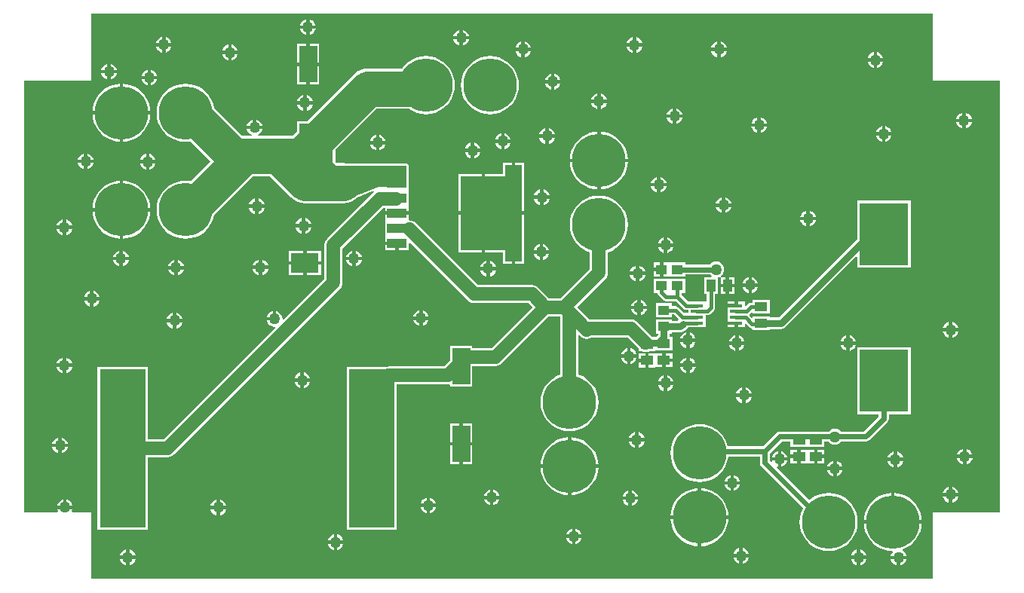
<source format=gtl>
G04*
G04 #@! TF.GenerationSoftware,Altium Limited,Altium Designer,19.1.8 (144)*
G04*
G04 Layer_Physical_Order=1*
G04 Layer_Color=255*
%FSLAX25Y25*%
%MOIN*%
G70*
G01*
G75*
%ADD15R,0.05906X0.05984*%
%ADD16R,0.12205X0.08661*%
%ADD17R,0.05709X0.01772*%
%ADD18R,0.20000X0.32795*%
%ADD19R,0.07520X0.42520*%
%ADD20R,0.08504X0.04213*%
%ADD21R,0.05118X0.04134*%
%ADD22R,0.20079X0.70079*%
%ADD23R,0.21654X0.27559*%
%ADD24R,0.05512X0.04134*%
%ADD25R,0.07874X0.16142*%
%ADD26R,0.04134X0.05512*%
%ADD42C,0.15748*%
%ADD43C,0.05906*%
%ADD44C,0.03150*%
%ADD45C,0.02362*%
%ADD46C,0.01575*%
%ADD47R,0.05020X0.08366*%
%ADD48R,0.00098X0.07087*%
%ADD49R,0.27559X0.09547*%
%ADD50C,0.23622*%
%ADD51C,0.05000*%
G36*
X401575Y220472D02*
X431102D01*
Y29528D01*
X401575D01*
Y0D01*
X29528D01*
Y29528D01*
X21322D01*
X21053Y30028D01*
X21323Y30681D01*
X21340Y30807D01*
X14487D01*
X14503Y30681D01*
X14774Y30028D01*
X14505Y29528D01*
X0D01*
Y220472D01*
X29528D01*
Y250000D01*
X401575D01*
Y220472D01*
D02*
G37*
%LPC*%
G36*
X126083Y247521D02*
Y244882D01*
X128722D01*
X128705Y245008D01*
X128352Y245860D01*
X127792Y246591D01*
X127060Y247152D01*
X126209Y247504D01*
X126083Y247521D01*
D02*
G37*
G36*
X124508D02*
X124382Y247504D01*
X123530Y247152D01*
X122799Y246591D01*
X122238Y245860D01*
X121885Y245008D01*
X121869Y244882D01*
X124508D01*
Y247521D01*
D02*
G37*
G36*
X128722Y243307D02*
X126083D01*
Y240668D01*
X126209Y240685D01*
X127060Y241037D01*
X127792Y241598D01*
X128352Y242329D01*
X128705Y243181D01*
X128722Y243307D01*
D02*
G37*
G36*
X124508D02*
X121869D01*
X121885Y243181D01*
X122238Y242329D01*
X122799Y241598D01*
X123530Y241037D01*
X124382Y240685D01*
X124508Y240668D01*
Y243307D01*
D02*
G37*
G36*
X193898Y242797D02*
Y240158D01*
X196537D01*
X196520Y240284D01*
X196168Y241135D01*
X195607Y241866D01*
X194875Y242427D01*
X194024Y242780D01*
X193898Y242797D01*
D02*
G37*
G36*
X192323D02*
X192197Y242780D01*
X191345Y242427D01*
X190614Y241866D01*
X190053Y241135D01*
X189700Y240284D01*
X189684Y240158D01*
X192323D01*
Y242797D01*
D02*
G37*
G36*
X62402Y239745D02*
Y237106D01*
X65041D01*
X65024Y237233D01*
X64671Y238084D01*
X64110Y238815D01*
X63379Y239376D01*
X62528Y239729D01*
X62402Y239745D01*
D02*
G37*
G36*
X60827D02*
X60701Y239729D01*
X59849Y239376D01*
X59118Y238815D01*
X58557Y238084D01*
X58204Y237233D01*
X58188Y237106D01*
X60827D01*
Y239745D01*
D02*
G37*
G36*
X270472Y239647D02*
Y237008D01*
X273112D01*
X273095Y237134D01*
X272742Y237986D01*
X272181Y238717D01*
X271450Y239278D01*
X270599Y239630D01*
X270472Y239647D01*
D02*
G37*
G36*
X268898D02*
X268771Y239630D01*
X267920Y239278D01*
X267189Y238717D01*
X266628Y237986D01*
X266275Y237134D01*
X266259Y237008D01*
X268898D01*
Y239647D01*
D02*
G37*
G36*
X196537Y238583D02*
X193898D01*
Y235944D01*
X194024Y235960D01*
X194875Y236313D01*
X195607Y236874D01*
X196168Y237605D01*
X196520Y238456D01*
X196537Y238583D01*
D02*
G37*
G36*
X192323D02*
X189684D01*
X189700Y238456D01*
X190053Y237605D01*
X190614Y236874D01*
X191345Y236313D01*
X192197Y235960D01*
X192323Y235944D01*
Y238583D01*
D02*
G37*
G36*
X307874Y237679D02*
Y235039D01*
X310513D01*
X310496Y235166D01*
X310144Y236017D01*
X309583Y236748D01*
X308852Y237309D01*
X308000Y237662D01*
X307874Y237679D01*
D02*
G37*
G36*
X306299D02*
X306173Y237662D01*
X305322Y237309D01*
X304590Y236748D01*
X304029Y236017D01*
X303677Y235166D01*
X303660Y235039D01*
X306299D01*
Y237679D01*
D02*
G37*
G36*
X221260D02*
Y235039D01*
X223899D01*
X223882Y235166D01*
X223530Y236017D01*
X222969Y236748D01*
X222237Y237309D01*
X221386Y237662D01*
X221260Y237679D01*
D02*
G37*
G36*
X219685D02*
X219559Y237662D01*
X218707Y237309D01*
X217976Y236748D01*
X217415Y236017D01*
X217062Y235166D01*
X217046Y235039D01*
X219685D01*
Y237679D01*
D02*
G37*
G36*
X91634Y236301D02*
Y233661D01*
X94273D01*
X94256Y233788D01*
X93904Y234639D01*
X93343Y235370D01*
X92612Y235931D01*
X91760Y236284D01*
X91634Y236301D01*
D02*
G37*
G36*
X90059D02*
X89933Y236284D01*
X89081Y235931D01*
X88350Y235370D01*
X87789Y234639D01*
X87436Y233788D01*
X87420Y233661D01*
X90059D01*
Y236301D01*
D02*
G37*
G36*
X65041Y235531D02*
X62402D01*
Y232892D01*
X62528Y232909D01*
X63379Y233262D01*
X64110Y233823D01*
X64671Y234554D01*
X65024Y235405D01*
X65041Y235531D01*
D02*
G37*
G36*
X60827D02*
X58188D01*
X58204Y235405D01*
X58557Y234554D01*
X59118Y233823D01*
X59849Y233262D01*
X60701Y232909D01*
X60827Y232892D01*
Y235531D01*
D02*
G37*
G36*
X273112Y235433D02*
X270472D01*
Y232794D01*
X270599Y232811D01*
X271450Y233163D01*
X272181Y233724D01*
X272742Y234455D01*
X273095Y235307D01*
X273112Y235433D01*
D02*
G37*
G36*
X268898D02*
X266259D01*
X266275Y235307D01*
X266628Y234455D01*
X267189Y233724D01*
X267920Y233163D01*
X268771Y232811D01*
X268898Y232794D01*
Y235433D01*
D02*
G37*
G36*
X310513Y233465D02*
X307874D01*
Y230825D01*
X308000Y230842D01*
X308852Y231195D01*
X309583Y231756D01*
X310144Y232487D01*
X310496Y233338D01*
X310513Y233465D01*
D02*
G37*
G36*
X306299D02*
X303660D01*
X303677Y233338D01*
X304029Y232487D01*
X304590Y231756D01*
X305322Y231195D01*
X306173Y230842D01*
X306299Y230825D01*
Y233465D01*
D02*
G37*
G36*
X223899D02*
X221260D01*
Y230825D01*
X221386Y230842D01*
X222237Y231195D01*
X222969Y231756D01*
X223530Y232487D01*
X223882Y233338D01*
X223899Y233465D01*
D02*
G37*
G36*
X219685D02*
X217046D01*
X217062Y233338D01*
X217415Y232487D01*
X217976Y231756D01*
X218707Y231195D01*
X219559Y230842D01*
X219685Y230825D01*
Y233465D01*
D02*
G37*
G36*
X376969Y232954D02*
Y230315D01*
X379608D01*
X379591Y230441D01*
X379238Y231293D01*
X378677Y232024D01*
X377946Y232585D01*
X377095Y232938D01*
X376969Y232954D01*
D02*
G37*
G36*
X375394D02*
X375267Y232938D01*
X374416Y232585D01*
X373685Y232024D01*
X373124Y231293D01*
X372771Y230441D01*
X372755Y230315D01*
X375394D01*
Y232954D01*
D02*
G37*
G36*
X94273Y232087D02*
X91634D01*
Y229448D01*
X91760Y229464D01*
X92612Y229817D01*
X93343Y230378D01*
X93904Y231109D01*
X94256Y231960D01*
X94273Y232087D01*
D02*
G37*
G36*
X90059D02*
X87420D01*
X87436Y231960D01*
X87789Y231109D01*
X88350Y230378D01*
X89081Y229817D01*
X89933Y229464D01*
X90059Y229448D01*
Y232087D01*
D02*
G37*
G36*
X130331Y236728D02*
X126181D01*
Y228445D01*
X130331D01*
Y236728D01*
D02*
G37*
G36*
X124606D02*
X120457D01*
Y228445D01*
X124606D01*
Y236728D01*
D02*
G37*
G36*
X379608Y228740D02*
X376969D01*
Y226101D01*
X377095Y226118D01*
X377946Y226470D01*
X378677Y227031D01*
X379238Y227763D01*
X379591Y228614D01*
X379608Y228740D01*
D02*
G37*
G36*
X375394D02*
X372755D01*
X372771Y228614D01*
X373124Y227763D01*
X373685Y227031D01*
X374416Y226470D01*
X375267Y226118D01*
X375394Y226101D01*
Y228740D01*
D02*
G37*
G36*
X177461Y231256D02*
X175450Y231098D01*
X173490Y230627D01*
X171627Y229855D01*
X169907Y228802D01*
X168374Y227492D01*
X167064Y225959D01*
X166977Y225816D01*
X151938D01*
X151938Y225816D01*
X150199Y225644D01*
X148526Y225137D01*
X146984Y224313D01*
X145633Y223204D01*
X124905Y202476D01*
X120457D01*
Y198028D01*
X118411Y195982D01*
X112106D01*
X112106Y195982D01*
X112106Y195982D01*
X103237D01*
X103137Y196482D01*
X103537Y196648D01*
X104268Y197208D01*
X104829Y197940D01*
X105182Y198791D01*
X105198Y198917D01*
X98345D01*
X98362Y198791D01*
X98714Y197940D01*
X99275Y197208D01*
X100007Y196648D01*
X100406Y196482D01*
X100306Y195982D01*
X97168D01*
X97168Y195982D01*
X97168Y195982D01*
X96220D01*
X83940Y208262D01*
X83482Y210172D01*
X82710Y212035D01*
X81656Y213754D01*
X80347Y215288D01*
X78813Y216597D01*
X77094Y217651D01*
X75231Y218423D01*
X73270Y218893D01*
X71260Y219051D01*
X69250Y218893D01*
X67289Y218423D01*
X65426Y217651D01*
X63706Y216597D01*
X62173Y215288D01*
X60864Y213754D01*
X59810Y212035D01*
X59038Y210172D01*
X58567Y208211D01*
X58409Y206201D01*
X58567Y204190D01*
X59038Y202230D01*
X59810Y200367D01*
X60864Y198647D01*
X62173Y197114D01*
X63706Y195804D01*
X65426Y194751D01*
X67289Y193979D01*
X69250Y193508D01*
X71260Y193350D01*
X73270Y193508D01*
X73433Y193548D01*
X82237Y184744D01*
X73433Y175941D01*
X73270Y175980D01*
X71260Y176138D01*
X69250Y175980D01*
X67289Y175509D01*
X65426Y174737D01*
X63706Y173684D01*
X62173Y172374D01*
X60864Y170841D01*
X59810Y169122D01*
X59038Y167259D01*
X58567Y165298D01*
X58409Y163287D01*
X58567Y161277D01*
X59038Y159316D01*
X59810Y157453D01*
X60864Y155734D01*
X62173Y154201D01*
X63706Y152891D01*
X65426Y151837D01*
X67289Y151066D01*
X69250Y150595D01*
X71260Y150437D01*
X73270Y150595D01*
X75231Y151066D01*
X77094Y151837D01*
X78813Y152891D01*
X80347Y154201D01*
X81656Y155734D01*
X82710Y157453D01*
X83482Y159316D01*
X83940Y161226D01*
X100862Y178148D01*
X108413D01*
X117866Y168695D01*
X117866Y168695D01*
X119217Y167586D01*
X120759Y166762D01*
X122432Y166254D01*
X124171Y166083D01*
X124171Y166083D01*
X134169D01*
X134170Y166083D01*
X134170Y166083D01*
X140847D01*
X142586Y166254D01*
X144259Y166762D01*
X145800Y167586D01*
X147152Y168695D01*
X147153Y168697D01*
X154308Y171591D01*
X154559Y171153D01*
X154268Y170929D01*
X154268Y170929D01*
X133795Y150457D01*
X133161Y149631D01*
X132763Y148670D01*
X132627Y147638D01*
X132627Y147638D01*
Y132754D01*
X129071Y129197D01*
X129071Y129197D01*
X114510Y114637D01*
X114037Y114870D01*
X114062Y115059D01*
X113941Y115973D01*
X113589Y116824D01*
X113028Y117555D01*
X112297Y118116D01*
X111445Y118469D01*
X111319Y118486D01*
Y115059D01*
X110531D01*
Y114272D01*
X107105D01*
X107122Y114145D01*
X107474Y113294D01*
X108035Y112563D01*
X108766Y112002D01*
X109618Y111649D01*
X110531Y111529D01*
X110720Y111554D01*
X110954Y111080D01*
X61734Y61861D01*
X54445D01*
Y93913D01*
X32366D01*
Y21835D01*
X54445D01*
Y53887D01*
X63386D01*
X63386Y53887D01*
X64418Y54023D01*
X65379Y54421D01*
X66205Y55055D01*
X134709Y123559D01*
X134709Y123559D01*
X139433Y128283D01*
X139433Y128283D01*
X140067Y129109D01*
X140465Y130070D01*
X140601Y131102D01*
Y145986D01*
X158738Y164123D01*
X159413D01*
Y162598D01*
X169917D01*
Y164917D01*
X169917D01*
Y165398D01*
X169917D01*
X169917Y165417D01*
Y171591D01*
X169917Y171610D01*
X169917D01*
Y172091D01*
X169917D01*
Y178303D01*
X169917D01*
Y182776D01*
X169840Y183166D01*
X169619Y183497D01*
X169288Y183718D01*
X168898Y183795D01*
X142083D01*
X140847Y183917D01*
X137863D01*
X137437Y184343D01*
Y189787D01*
X155632Y207982D01*
X169952D01*
X171627Y206956D01*
X173490Y206184D01*
X175450Y205713D01*
X177461Y205555D01*
X179471Y205713D01*
X181432Y206184D01*
X183295Y206956D01*
X185014Y208009D01*
X186547Y209319D01*
X187857Y210852D01*
X188911Y212572D01*
X189682Y214435D01*
X190153Y216395D01*
X190311Y218406D01*
X190153Y220416D01*
X189682Y222377D01*
X188911Y224240D01*
X187857Y225959D01*
X186547Y227492D01*
X185014Y228802D01*
X183295Y229855D01*
X181432Y230627D01*
X179471Y231098D01*
X177461Y231256D01*
D02*
G37*
G36*
X38189Y227836D02*
Y225197D01*
X40828D01*
X40811Y225323D01*
X40459Y226174D01*
X39898Y226906D01*
X39167Y227467D01*
X38315Y227819D01*
X38189Y227836D01*
D02*
G37*
G36*
X36614D02*
X36488Y227819D01*
X35636Y227467D01*
X34905Y226906D01*
X34344Y226174D01*
X33992Y225323D01*
X33975Y225197D01*
X36614D01*
Y227836D01*
D02*
G37*
G36*
X56004Y225179D02*
Y222539D01*
X58643D01*
X58626Y222666D01*
X58274Y223517D01*
X57713Y224248D01*
X56982Y224809D01*
X56130Y225162D01*
X56004Y225179D01*
D02*
G37*
G36*
X54429D02*
X54303Y225162D01*
X53451Y224809D01*
X52720Y224248D01*
X52159Y223517D01*
X51807Y222666D01*
X51790Y222539D01*
X54429D01*
Y225179D01*
D02*
G37*
G36*
X40828Y223622D02*
X38189D01*
Y220983D01*
X38315Y221000D01*
X39167Y221352D01*
X39898Y221913D01*
X40459Y222644D01*
X40811Y223496D01*
X40828Y223622D01*
D02*
G37*
G36*
X36614D02*
X33975D01*
X33992Y223496D01*
X34344Y222644D01*
X34905Y221913D01*
X35636Y221352D01*
X36488Y221000D01*
X36614Y220983D01*
Y223622D01*
D02*
G37*
G36*
X234350Y223407D02*
Y220768D01*
X236989D01*
X236973Y220894D01*
X236620Y221745D01*
X236059Y222477D01*
X235328Y223038D01*
X234477Y223390D01*
X234350Y223407D01*
D02*
G37*
G36*
X232776D02*
X232649Y223390D01*
X231798Y223038D01*
X231067Y222477D01*
X230506Y221745D01*
X230153Y220894D01*
X230136Y220768D01*
X232776D01*
Y223407D01*
D02*
G37*
G36*
X130331Y226870D02*
X126181D01*
Y218587D01*
X130331D01*
Y226870D01*
D02*
G37*
G36*
X124606D02*
X120457D01*
Y218587D01*
X124606D01*
Y226870D01*
D02*
G37*
G36*
X58643Y220965D02*
X56004D01*
Y218325D01*
X56130Y218342D01*
X56982Y218695D01*
X57713Y219256D01*
X58274Y219987D01*
X58626Y220838D01*
X58643Y220965D01*
D02*
G37*
G36*
X54429D02*
X51790D01*
X51807Y220838D01*
X52159Y219987D01*
X52720Y219256D01*
X53451Y218695D01*
X54303Y218342D01*
X54429Y218325D01*
Y220965D01*
D02*
G37*
G36*
X236989Y219193D02*
X234350D01*
Y216554D01*
X234477Y216570D01*
X235328Y216923D01*
X236059Y217484D01*
X236620Y218215D01*
X236973Y219067D01*
X236989Y219193D01*
D02*
G37*
G36*
X232776D02*
X230136D01*
X230153Y219067D01*
X230506Y218215D01*
X231067Y217484D01*
X231798Y216923D01*
X232649Y216570D01*
X232776Y216554D01*
Y219193D01*
D02*
G37*
G36*
X254823Y214745D02*
Y212106D01*
X257462D01*
X257445Y212233D01*
X257093Y213084D01*
X256532Y213815D01*
X255801Y214376D01*
X254949Y214729D01*
X254823Y214745D01*
D02*
G37*
G36*
X253248D02*
X253122Y214729D01*
X252270Y214376D01*
X251539Y213815D01*
X250978Y213084D01*
X250625Y212233D01*
X250609Y212106D01*
X253248D01*
Y214745D01*
D02*
G37*
G36*
X124803Y214056D02*
Y211417D01*
X127442D01*
X127426Y211544D01*
X127073Y212395D01*
X126512Y213126D01*
X125781Y213687D01*
X124929Y214040D01*
X124803Y214056D01*
D02*
G37*
G36*
X123228D02*
X123102Y214040D01*
X122251Y213687D01*
X121519Y213126D01*
X120958Y212395D01*
X120606Y211544D01*
X120589Y211417D01*
X123228D01*
Y214056D01*
D02*
G37*
G36*
X257462Y210531D02*
X254823D01*
Y207892D01*
X254949Y207909D01*
X255801Y208262D01*
X256532Y208823D01*
X257093Y209554D01*
X257445Y210405D01*
X257462Y210531D01*
D02*
G37*
G36*
X253248D02*
X250609D01*
X250625Y210405D01*
X250978Y209554D01*
X251539Y208823D01*
X252270Y208262D01*
X253122Y207909D01*
X253248Y207892D01*
Y210531D01*
D02*
G37*
G36*
X127442Y209842D02*
X124803D01*
Y207203D01*
X124929Y207220D01*
X125781Y207573D01*
X126512Y208134D01*
X127073Y208865D01*
X127426Y209716D01*
X127442Y209842D01*
D02*
G37*
G36*
X123228D02*
X120589D01*
X120606Y209716D01*
X120958Y208865D01*
X121519Y208134D01*
X122251Y207573D01*
X123102Y207220D01*
X123228Y207203D01*
Y209842D01*
D02*
G37*
G36*
X43701Y218989D02*
Y206988D01*
X55702D01*
X55606Y208211D01*
X55135Y210172D01*
X54363Y212035D01*
X53310Y213754D01*
X52000Y215288D01*
X50467Y216597D01*
X48747Y217651D01*
X46884Y218423D01*
X44924Y218893D01*
X43701Y218989D01*
D02*
G37*
G36*
X42126D02*
X40903Y218893D01*
X38942Y218423D01*
X37079Y217651D01*
X35360Y216597D01*
X33827Y215288D01*
X32517Y213754D01*
X31463Y212035D01*
X30692Y210172D01*
X30221Y208211D01*
X30125Y206988D01*
X42126D01*
Y218989D01*
D02*
G37*
G36*
X205807Y231256D02*
X203797Y231098D01*
X201836Y230627D01*
X199973Y229855D01*
X198254Y228802D01*
X196720Y227492D01*
X195411Y225959D01*
X194357Y224240D01*
X193585Y222377D01*
X193115Y220416D01*
X192956Y218406D01*
X193115Y216395D01*
X193585Y214435D01*
X194357Y212572D01*
X195411Y210852D01*
X196720Y209319D01*
X198254Y208009D01*
X199973Y206956D01*
X201836Y206184D01*
X203797Y205713D01*
X205807Y205555D01*
X207817Y205713D01*
X209778Y206184D01*
X211641Y206956D01*
X213361Y208009D01*
X214894Y209319D01*
X216203Y210852D01*
X217257Y212572D01*
X218029Y214435D01*
X218499Y216395D01*
X218658Y218406D01*
X218499Y220416D01*
X218029Y222377D01*
X217257Y224240D01*
X216203Y225959D01*
X214894Y227492D01*
X213361Y228802D01*
X211641Y229855D01*
X209778Y230627D01*
X207817Y231098D01*
X205807Y231256D01*
D02*
G37*
G36*
X288189Y208151D02*
Y205512D01*
X290828D01*
X290811Y205638D01*
X290459Y206489D01*
X289898Y207221D01*
X289167Y207782D01*
X288315Y208134D01*
X288189Y208151D01*
D02*
G37*
G36*
X286614D02*
X286488Y208134D01*
X285636Y207782D01*
X284905Y207221D01*
X284344Y206489D01*
X283992Y205638D01*
X283975Y205512D01*
X286614D01*
Y208151D01*
D02*
G37*
G36*
X416142Y206183D02*
Y203543D01*
X418781D01*
X418764Y203670D01*
X418412Y204521D01*
X417851Y205252D01*
X417119Y205813D01*
X416268Y206166D01*
X416142Y206183D01*
D02*
G37*
G36*
X414567D02*
X414441Y206166D01*
X413589Y205813D01*
X412858Y205252D01*
X412297Y204521D01*
X411944Y203670D01*
X411928Y203543D01*
X414567D01*
Y206183D01*
D02*
G37*
G36*
X325590Y204214D02*
Y201575D01*
X328230D01*
X328213Y201701D01*
X327860Y202553D01*
X327299Y203284D01*
X326568Y203845D01*
X325717Y204197D01*
X325590Y204214D01*
D02*
G37*
G36*
X324016D02*
X323889Y204197D01*
X323038Y203845D01*
X322307Y203284D01*
X321746Y202553D01*
X321393Y201701D01*
X321377Y201575D01*
X324016D01*
Y204214D01*
D02*
G37*
G36*
X290828Y203937D02*
X288189D01*
Y201298D01*
X288315Y201314D01*
X289167Y201667D01*
X289898Y202228D01*
X290459Y202959D01*
X290811Y203811D01*
X290828Y203937D01*
D02*
G37*
G36*
X286614D02*
X283975D01*
X283992Y203811D01*
X284344Y202959D01*
X284905Y202228D01*
X285636Y201667D01*
X286488Y201314D01*
X286614Y201298D01*
Y203937D01*
D02*
G37*
G36*
X102559Y203131D02*
Y200492D01*
X105198D01*
X105182Y200618D01*
X104829Y201470D01*
X104268Y202201D01*
X103537Y202762D01*
X102685Y203115D01*
X102559Y203131D01*
D02*
G37*
G36*
X100984D02*
X100858Y203115D01*
X100007Y202762D01*
X99275Y202201D01*
X98714Y201470D01*
X98362Y200618D01*
X98345Y200492D01*
X100984D01*
Y203131D01*
D02*
G37*
G36*
X418781Y201969D02*
X416142D01*
Y199329D01*
X416268Y199346D01*
X417119Y199699D01*
X417851Y200260D01*
X418412Y200991D01*
X418764Y201842D01*
X418781Y201969D01*
D02*
G37*
G36*
X414567D02*
X411928D01*
X411944Y201842D01*
X412297Y200991D01*
X412858Y200260D01*
X413589Y199699D01*
X414441Y199346D01*
X414567Y199329D01*
Y201969D01*
D02*
G37*
G36*
X380709Y200277D02*
Y197638D01*
X383348D01*
X383331Y197764D01*
X382979Y198616D01*
X382417Y199347D01*
X381686Y199908D01*
X380835Y200260D01*
X380709Y200277D01*
D02*
G37*
G36*
X379134D02*
X379008Y200260D01*
X378156Y199908D01*
X377425Y199347D01*
X376864Y198616D01*
X376511Y197764D01*
X376495Y197638D01*
X379134D01*
Y200277D01*
D02*
G37*
G36*
X328230Y200000D02*
X325590D01*
Y197361D01*
X325717Y197378D01*
X326568Y197730D01*
X327299Y198291D01*
X327860Y199022D01*
X328213Y199874D01*
X328230Y200000D01*
D02*
G37*
G36*
X324016D02*
X321377D01*
X321393Y199874D01*
X321746Y199022D01*
X322307Y198291D01*
X323038Y197730D01*
X323889Y197378D01*
X324016Y197361D01*
Y200000D01*
D02*
G37*
G36*
X231890Y199391D02*
Y196752D01*
X234529D01*
X234512Y196878D01*
X234160Y197730D01*
X233599Y198461D01*
X232868Y199022D01*
X232016Y199374D01*
X231890Y199391D01*
D02*
G37*
G36*
X230315D02*
X230189Y199374D01*
X229337Y199022D01*
X228606Y198461D01*
X228045Y197730D01*
X227693Y196878D01*
X227676Y196752D01*
X230315D01*
Y199391D01*
D02*
G37*
G36*
X212303Y197029D02*
Y194390D01*
X214942D01*
X214926Y194516D01*
X214573Y195368D01*
X214012Y196099D01*
X213281Y196660D01*
X212429Y197012D01*
X212303Y197029D01*
D02*
G37*
G36*
X210728D02*
X210602Y197012D01*
X209751Y196660D01*
X209019Y196099D01*
X208458Y195368D01*
X208106Y194516D01*
X208089Y194390D01*
X210728D01*
Y197029D01*
D02*
G37*
G36*
X156988Y196438D02*
Y193799D01*
X159627D01*
X159611Y193925D01*
X159258Y194777D01*
X158697Y195508D01*
X157966Y196069D01*
X157115Y196422D01*
X156988Y196438D01*
D02*
G37*
G36*
X155413D02*
X155287Y196422D01*
X154436Y196069D01*
X153705Y195508D01*
X153144Y194777D01*
X152791Y193925D01*
X152774Y193799D01*
X155413D01*
Y196438D01*
D02*
G37*
G36*
X383348Y196063D02*
X380709D01*
Y193424D01*
X380835Y193440D01*
X381686Y193793D01*
X382417Y194354D01*
X382979Y195085D01*
X383331Y195937D01*
X383348Y196063D01*
D02*
G37*
G36*
X379134D02*
X376495D01*
X376511Y195937D01*
X376864Y195085D01*
X377425Y194354D01*
X378156Y193793D01*
X379008Y193440D01*
X379134Y193424D01*
Y196063D01*
D02*
G37*
G36*
X42126Y205413D02*
X30125D01*
X30221Y204190D01*
X30692Y202230D01*
X31463Y200367D01*
X32517Y198647D01*
X33827Y197114D01*
X35360Y195804D01*
X37079Y194751D01*
X38942Y193979D01*
X40903Y193508D01*
X42126Y193412D01*
Y205413D01*
D02*
G37*
G36*
X55702D02*
X43701D01*
Y193412D01*
X44924Y193508D01*
X46884Y193979D01*
X48747Y194751D01*
X50467Y195804D01*
X52000Y197114D01*
X53310Y198647D01*
X54363Y200367D01*
X55135Y202230D01*
X55606Y204190D01*
X55702Y205413D01*
D02*
G37*
G36*
X234529Y195177D02*
X231890D01*
Y192538D01*
X232016Y192555D01*
X232868Y192907D01*
X233599Y193468D01*
X234160Y194200D01*
X234512Y195051D01*
X234529Y195177D01*
D02*
G37*
G36*
X230315D02*
X227676D01*
X227693Y195051D01*
X228045Y194200D01*
X228606Y193468D01*
X229337Y192907D01*
X230189Y192555D01*
X230315Y192538D01*
Y195177D01*
D02*
G37*
G36*
X198917Y192993D02*
Y190354D01*
X201556D01*
X201540Y190481D01*
X201187Y191332D01*
X200626Y192063D01*
X199895Y192624D01*
X199044Y192977D01*
X198917Y192993D01*
D02*
G37*
G36*
X197343D02*
X197216Y192977D01*
X196365Y192624D01*
X195634Y192063D01*
X195073Y191332D01*
X194720Y190481D01*
X194703Y190354D01*
X197343D01*
Y192993D01*
D02*
G37*
G36*
X214942Y192815D02*
X212303D01*
Y190176D01*
X212429Y190192D01*
X213281Y190545D01*
X214012Y191106D01*
X214573Y191837D01*
X214926Y192689D01*
X214942Y192815D01*
D02*
G37*
G36*
X210728D02*
X208089D01*
X208106Y192689D01*
X208458Y191837D01*
X209019Y191106D01*
X209751Y190545D01*
X210602Y190192D01*
X210728Y190176D01*
Y192815D01*
D02*
G37*
G36*
X159627Y192224D02*
X156988D01*
Y189585D01*
X157115Y189602D01*
X157966Y189955D01*
X158697Y190516D01*
X159258Y191247D01*
X159611Y192098D01*
X159627Y192224D01*
D02*
G37*
G36*
X155413D02*
X152774D01*
X152791Y192098D01*
X153144Y191247D01*
X153705Y190516D01*
X154436Y189955D01*
X155287Y189602D01*
X155413Y189585D01*
Y192224D01*
D02*
G37*
G36*
X201556Y188779D02*
X198917D01*
Y186140D01*
X199044Y186157D01*
X199895Y186510D01*
X200626Y187071D01*
X201187Y187802D01*
X201540Y188653D01*
X201556Y188779D01*
D02*
G37*
G36*
X197343D02*
X194703D01*
X194720Y188653D01*
X195073Y187802D01*
X195634Y187071D01*
X196365Y186510D01*
X197216Y186157D01*
X197343Y186140D01*
Y188779D01*
D02*
G37*
G36*
X254724Y197828D02*
Y185827D01*
X266726D01*
X266629Y187050D01*
X266159Y189010D01*
X265387Y190873D01*
X264333Y192593D01*
X263024Y194126D01*
X261490Y195436D01*
X259771Y196489D01*
X257908Y197261D01*
X255947Y197732D01*
X254724Y197828D01*
D02*
G37*
G36*
X253150D02*
X251927Y197732D01*
X249966Y197261D01*
X248103Y196489D01*
X246384Y195436D01*
X244850Y194126D01*
X243541Y192593D01*
X242487Y190873D01*
X241715Y189010D01*
X241245Y187050D01*
X241148Y185827D01*
X253150D01*
Y197828D01*
D02*
G37*
G36*
X27854Y188171D02*
Y185531D01*
X30494D01*
X30477Y185658D01*
X30124Y186509D01*
X29563Y187240D01*
X28832Y187801D01*
X27981Y188154D01*
X27854Y188171D01*
D02*
G37*
G36*
X26280D02*
X26153Y188154D01*
X25302Y187801D01*
X24571Y187240D01*
X24010Y186509D01*
X23657Y185658D01*
X23640Y185531D01*
X26280D01*
Y188171D01*
D02*
G37*
G36*
X55315Y187974D02*
Y185335D01*
X57954D01*
X57938Y185461D01*
X57585Y186312D01*
X57024Y187043D01*
X56293Y187604D01*
X55441Y187957D01*
X55315Y187974D01*
D02*
G37*
G36*
X53740D02*
X53614Y187957D01*
X52763Y187604D01*
X52031Y187043D01*
X51470Y186312D01*
X51118Y185461D01*
X51101Y185335D01*
X53740D01*
Y187974D01*
D02*
G37*
G36*
X30494Y183957D02*
X27854D01*
Y181318D01*
X27981Y181334D01*
X28832Y181687D01*
X29563Y182248D01*
X30124Y182979D01*
X30477Y183830D01*
X30494Y183957D01*
D02*
G37*
G36*
X26280D02*
X23640D01*
X23657Y183830D01*
X24010Y182979D01*
X24571Y182248D01*
X25302Y181687D01*
X26153Y181334D01*
X26280Y181318D01*
Y183957D01*
D02*
G37*
G36*
X57954Y183760D02*
X55315D01*
Y181121D01*
X55441Y181137D01*
X56293Y181490D01*
X57024Y182051D01*
X57585Y182782D01*
X57938Y183634D01*
X57954Y183760D01*
D02*
G37*
G36*
X53740D02*
X51101D01*
X51118Y183634D01*
X51470Y182782D01*
X52031Y182051D01*
X52763Y181490D01*
X53614Y181137D01*
X53740Y181121D01*
Y183760D01*
D02*
G37*
G36*
X281201Y177836D02*
Y175197D01*
X283840D01*
X283823Y175323D01*
X283471Y176174D01*
X282910Y176906D01*
X282178Y177467D01*
X281327Y177819D01*
X281201Y177836D01*
D02*
G37*
G36*
X279626D02*
X279500Y177819D01*
X278648Y177467D01*
X277917Y176906D01*
X277356Y176174D01*
X277004Y175323D01*
X276987Y175197D01*
X279626D01*
Y177836D01*
D02*
G37*
G36*
X266726Y184252D02*
X254724D01*
Y172251D01*
X255947Y172347D01*
X257908Y172818D01*
X259771Y173589D01*
X261490Y174643D01*
X263024Y175953D01*
X264333Y177486D01*
X265387Y179205D01*
X266159Y181068D01*
X266629Y183029D01*
X266726Y184252D01*
D02*
G37*
G36*
X253150D02*
X241148D01*
X241245Y183029D01*
X241715Y181068D01*
X242487Y179205D01*
X243541Y177486D01*
X244850Y175953D01*
X246384Y174643D01*
X248103Y173589D01*
X249966Y172818D01*
X251927Y172347D01*
X253150Y172251D01*
Y184252D01*
D02*
G37*
G36*
X283840Y173622D02*
X281201D01*
Y170983D01*
X281327Y171000D01*
X282178Y171352D01*
X282910Y171913D01*
X283471Y172644D01*
X283823Y173496D01*
X283840Y173622D01*
D02*
G37*
G36*
X279626D02*
X276987D01*
X277004Y173496D01*
X277356Y172644D01*
X277917Y171913D01*
X278648Y171352D01*
X279500Y171000D01*
X279626Y170983D01*
Y173622D01*
D02*
G37*
G36*
X229528Y172324D02*
Y169685D01*
X232167D01*
X232150Y169811D01*
X231797Y170663D01*
X231236Y171394D01*
X230505Y171955D01*
X229654Y172308D01*
X229528Y172324D01*
D02*
G37*
G36*
X227953D02*
X227826Y172308D01*
X226975Y171955D01*
X226244Y171394D01*
X225683Y170663D01*
X225330Y169811D01*
X225314Y169685D01*
X227953D01*
Y172324D01*
D02*
G37*
G36*
X309842Y168781D02*
Y166142D01*
X312482D01*
X312465Y166268D01*
X312112Y167119D01*
X311551Y167851D01*
X310820Y168412D01*
X309969Y168764D01*
X309842Y168781D01*
D02*
G37*
G36*
X308268D02*
X308141Y168764D01*
X307290Y168412D01*
X306559Y167851D01*
X305998Y167119D01*
X305645Y166268D01*
X305629Y166142D01*
X308268D01*
Y168781D01*
D02*
G37*
G36*
X103543Y168289D02*
Y165650D01*
X106182D01*
X106166Y165776D01*
X105813Y166627D01*
X105252Y167358D01*
X104521Y167919D01*
X103670Y168272D01*
X103543Y168289D01*
D02*
G37*
G36*
X101969D02*
X101842Y168272D01*
X100991Y167919D01*
X100260Y167358D01*
X99699Y166627D01*
X99346Y165776D01*
X99329Y165650D01*
X101969D01*
Y168289D01*
D02*
G37*
G36*
X232167Y168110D02*
X229528D01*
Y165471D01*
X229654Y165488D01*
X230505Y165840D01*
X231236Y166401D01*
X231797Y167132D01*
X232150Y167984D01*
X232167Y168110D01*
D02*
G37*
G36*
X227953D02*
X225314D01*
X225330Y167984D01*
X225683Y167132D01*
X226244Y166401D01*
X226975Y165840D01*
X227826Y165488D01*
X227953Y165471D01*
Y168110D01*
D02*
G37*
G36*
X43701Y176076D02*
Y164075D01*
X55702D01*
X55606Y165298D01*
X55135Y167259D01*
X54363Y169122D01*
X53310Y170841D01*
X52000Y172374D01*
X50467Y173684D01*
X48747Y174737D01*
X46884Y175509D01*
X44924Y175980D01*
X43701Y176076D01*
D02*
G37*
G36*
X42126D02*
X40903Y175980D01*
X38942Y175509D01*
X37079Y174737D01*
X35360Y173684D01*
X33827Y172374D01*
X32517Y170841D01*
X31463Y169122D01*
X30692Y167259D01*
X30221Y165298D01*
X30125Y164075D01*
X42126D01*
Y176076D01*
D02*
G37*
G36*
X221000Y184071D02*
X217028D01*
Y162598D01*
X221000D01*
Y184071D01*
D02*
G37*
G36*
X202067Y179209D02*
X191854D01*
Y162598D01*
X202067D01*
Y179209D01*
D02*
G37*
G36*
X312482Y164567D02*
X309842D01*
Y161928D01*
X309969Y161944D01*
X310820Y162297D01*
X311551Y162858D01*
X312112Y163589D01*
X312465Y164441D01*
X312482Y164567D01*
D02*
G37*
G36*
X308268D02*
X305629D01*
X305645Y164441D01*
X305998Y163589D01*
X306559Y162858D01*
X307290Y162297D01*
X308141Y161944D01*
X308268Y161928D01*
Y164567D01*
D02*
G37*
G36*
X106182Y164075D02*
X103543D01*
Y161436D01*
X103670Y161452D01*
X104521Y161805D01*
X105252Y162366D01*
X105813Y163097D01*
X106166Y163949D01*
X106182Y164075D01*
D02*
G37*
G36*
X101969D02*
X99329D01*
X99346Y163949D01*
X99699Y163097D01*
X100260Y162366D01*
X100991Y161805D01*
X101842Y161452D01*
X101969Y161436D01*
Y164075D01*
D02*
G37*
G36*
X347244Y162875D02*
Y160236D01*
X349883D01*
X349867Y160363D01*
X349514Y161214D01*
X348953Y161945D01*
X348222Y162506D01*
X347370Y162859D01*
X347244Y162875D01*
D02*
G37*
G36*
X345669D02*
X345543Y162859D01*
X344692Y162506D01*
X343960Y161945D01*
X343399Y161214D01*
X343047Y160363D01*
X343030Y160236D01*
X345669D01*
Y162875D01*
D02*
G37*
G36*
X124213Y159627D02*
Y156988D01*
X126852D01*
X126835Y157115D01*
X126482Y157966D01*
X125921Y158697D01*
X125190Y159258D01*
X124339Y159611D01*
X124213Y159627D01*
D02*
G37*
G36*
X122638D02*
X122511Y159611D01*
X121660Y159258D01*
X120929Y158697D01*
X120368Y157966D01*
X120015Y157115D01*
X119999Y156988D01*
X122638D01*
Y159627D01*
D02*
G37*
G36*
X18504Y158938D02*
Y156299D01*
X21143D01*
X21126Y156425D01*
X20774Y157277D01*
X20213Y158008D01*
X19482Y158569D01*
X18630Y158922D01*
X18504Y158938D01*
D02*
G37*
G36*
X16929D02*
X16803Y158922D01*
X15951Y158569D01*
X15220Y158008D01*
X14659Y157277D01*
X14307Y156425D01*
X14290Y156299D01*
X16929D01*
Y158938D01*
D02*
G37*
G36*
X349883Y158661D02*
X347244D01*
Y156022D01*
X347370Y156039D01*
X348222Y156392D01*
X348953Y156953D01*
X349514Y157684D01*
X349867Y158535D01*
X349883Y158661D01*
D02*
G37*
G36*
X345669D02*
X343030D01*
X343047Y158535D01*
X343399Y157684D01*
X343960Y156953D01*
X344692Y156392D01*
X345543Y156039D01*
X345669Y156022D01*
Y158661D01*
D02*
G37*
G36*
X126852Y155413D02*
X124213D01*
Y152774D01*
X124339Y152791D01*
X125190Y153144D01*
X125921Y153705D01*
X126482Y154436D01*
X126835Y155287D01*
X126852Y155413D01*
D02*
G37*
G36*
X122638D02*
X119999D01*
X120015Y155287D01*
X120368Y154436D01*
X120929Y153705D01*
X121660Y153144D01*
X122511Y152791D01*
X122638Y152774D01*
Y155413D01*
D02*
G37*
G36*
X21143Y154724D02*
X18504D01*
Y152085D01*
X18630Y152102D01*
X19482Y152455D01*
X20213Y153016D01*
X20774Y153747D01*
X21126Y154598D01*
X21143Y154724D01*
D02*
G37*
G36*
X16929D02*
X14290D01*
X14307Y154598D01*
X14659Y153747D01*
X15220Y153016D01*
X15951Y152455D01*
X16803Y152102D01*
X16929Y152085D01*
Y154724D01*
D02*
G37*
G36*
X55702Y162500D02*
X43701D01*
Y150499D01*
X44924Y150595D01*
X46884Y151066D01*
X48747Y151837D01*
X50467Y152891D01*
X52000Y154201D01*
X53310Y155734D01*
X54363Y157453D01*
X55135Y159316D01*
X55606Y161277D01*
X55702Y162500D01*
D02*
G37*
G36*
X42126D02*
X30125D01*
X30221Y161277D01*
X30692Y159316D01*
X31463Y157453D01*
X32517Y155734D01*
X33827Y154201D01*
X35360Y152891D01*
X37079Y151837D01*
X38942Y151066D01*
X40903Y150595D01*
X42126Y150499D01*
Y162500D01*
D02*
G37*
G36*
X284252Y151064D02*
Y148425D01*
X286891D01*
X286875Y148551D01*
X286522Y149403D01*
X285961Y150134D01*
X285230Y150695D01*
X284378Y151048D01*
X284252Y151064D01*
D02*
G37*
G36*
X282677D02*
X282551Y151048D01*
X281699Y150695D01*
X280968Y150134D01*
X280407Y149403D01*
X280055Y148551D01*
X280038Y148425D01*
X282677D01*
Y151064D01*
D02*
G37*
G36*
X229331Y148013D02*
Y145374D01*
X231970D01*
X231953Y145500D01*
X231601Y146352D01*
X231040Y147083D01*
X230308Y147644D01*
X229457Y147996D01*
X229331Y148013D01*
D02*
G37*
G36*
X227756D02*
X227630Y147996D01*
X226778Y147644D01*
X226047Y147083D01*
X225486Y146352D01*
X225133Y145500D01*
X225117Y145374D01*
X227756D01*
Y148013D01*
D02*
G37*
G36*
X163878Y147638D02*
X159413D01*
Y145319D01*
X163878D01*
Y147638D01*
D02*
G37*
G36*
X202067Y161024D02*
X191854D01*
Y144413D01*
X202067D01*
Y161024D01*
D02*
G37*
G36*
X286891Y146850D02*
X284252D01*
Y144211D01*
X284378Y144228D01*
X285230Y144581D01*
X285961Y145142D01*
X286522Y145873D01*
X286875Y146724D01*
X286891Y146850D01*
D02*
G37*
G36*
X282677D02*
X280038D01*
X280055Y146724D01*
X280407Y145873D01*
X280968Y145142D01*
X281699Y144581D01*
X282551Y144228D01*
X282677Y144211D01*
Y146850D01*
D02*
G37*
G36*
X146457Y145159D02*
Y142520D01*
X149096D01*
X149079Y142646D01*
X148726Y143497D01*
X148166Y144228D01*
X147434Y144790D01*
X146583Y145142D01*
X146457Y145159D01*
D02*
G37*
G36*
X144882D02*
X144756Y145142D01*
X143904Y144790D01*
X143173Y144228D01*
X142612Y143497D01*
X142259Y142646D01*
X142243Y142520D01*
X144882D01*
Y145159D01*
D02*
G37*
G36*
X43504D02*
Y142520D01*
X46143D01*
X46126Y142646D01*
X45774Y143497D01*
X45213Y144228D01*
X44482Y144790D01*
X43630Y145142D01*
X43504Y145159D01*
D02*
G37*
G36*
X41929D02*
X41803Y145142D01*
X40951Y144790D01*
X40220Y144228D01*
X39659Y143497D01*
X39307Y142646D01*
X39290Y142520D01*
X41929D01*
Y145159D01*
D02*
G37*
G36*
X231970Y143799D02*
X229331D01*
Y141160D01*
X229457Y141177D01*
X230308Y141529D01*
X231040Y142090D01*
X231601Y142822D01*
X231953Y143673D01*
X231970Y143799D01*
D02*
G37*
G36*
X227756D02*
X225117D01*
X225133Y143673D01*
X225486Y142822D01*
X226047Y142090D01*
X226778Y141529D01*
X227630Y141177D01*
X227756Y141160D01*
Y143799D01*
D02*
G37*
G36*
X131118Y145095D02*
X124803D01*
Y140551D01*
X131118D01*
Y145095D01*
D02*
G37*
G36*
X123228D02*
X116913D01*
Y140551D01*
X123228D01*
Y145095D01*
D02*
G37*
G36*
X221000Y161024D02*
X217028D01*
Y139551D01*
X221000D01*
Y161024D01*
D02*
G37*
G36*
X215453Y184071D02*
X211480D01*
Y179209D01*
X203642D01*
Y161811D01*
Y144413D01*
X211480D01*
Y139551D01*
X215453D01*
Y161811D01*
Y184071D01*
D02*
G37*
G36*
X105118Y141222D02*
Y138583D01*
X107757D01*
X107741Y138709D01*
X107388Y139560D01*
X106827Y140292D01*
X106096Y140852D01*
X105244Y141205D01*
X105118Y141222D01*
D02*
G37*
G36*
X103543D02*
X103417Y141205D01*
X102566Y140852D01*
X101834Y140292D01*
X101274Y139560D01*
X100921Y138709D01*
X100904Y138583D01*
X103543D01*
Y141222D01*
D02*
G37*
G36*
X67815Y141123D02*
Y138484D01*
X70454D01*
X70438Y138610D01*
X70085Y139462D01*
X69524Y140193D01*
X68793Y140754D01*
X67941Y141107D01*
X67815Y141123D01*
D02*
G37*
G36*
X66240D02*
X66114Y141107D01*
X65263Y140754D01*
X64531Y140193D01*
X63970Y139462D01*
X63618Y138610D01*
X63601Y138484D01*
X66240D01*
Y141123D01*
D02*
G37*
G36*
X149096Y140945D02*
X146457D01*
Y138306D01*
X146583Y138322D01*
X147434Y138675D01*
X148166Y139236D01*
X148726Y139967D01*
X149079Y140819D01*
X149096Y140945D01*
D02*
G37*
G36*
X144882D02*
X142243D01*
X142259Y140819D01*
X142612Y139967D01*
X143173Y139236D01*
X143904Y138675D01*
X144756Y138322D01*
X144882Y138306D01*
Y140945D01*
D02*
G37*
G36*
X46143D02*
X43504D01*
Y138306D01*
X43630Y138322D01*
X44482Y138675D01*
X45213Y139236D01*
X45774Y139967D01*
X46126Y140819D01*
X46143Y140945D01*
D02*
G37*
G36*
X41929D02*
X39290D01*
X39307Y140819D01*
X39659Y139967D01*
X40220Y139236D01*
X40951Y138675D01*
X41803Y138322D01*
X41929Y138306D01*
Y140945D01*
D02*
G37*
G36*
X205807Y140730D02*
Y138091D01*
X208446D01*
X208430Y138217D01*
X208077Y139068D01*
X207516Y139799D01*
X206785Y140360D01*
X205933Y140713D01*
X205807Y140730D01*
D02*
G37*
G36*
X204232D02*
X204106Y140713D01*
X203255Y140360D01*
X202523Y139799D01*
X201962Y139068D01*
X201610Y138217D01*
X201593Y138091D01*
X204232D01*
Y140730D01*
D02*
G37*
G36*
X391748Y167339D02*
X368094D01*
Y150322D01*
X333460Y115688D01*
X329433D01*
Y116157D01*
X321921D01*
Y115719D01*
X321459Y115527D01*
X320468Y116519D01*
X320517Y117017D01*
X320584Y117062D01*
X321459Y117937D01*
X321921Y117746D01*
Y117307D01*
X329433D01*
Y123441D01*
X321921D01*
Y122196D01*
X321319D01*
X321319Y122196D01*
X320621Y122058D01*
X320030Y121663D01*
X320030Y121663D01*
X319032Y120664D01*
X318531Y120871D01*
Y122795D01*
X315465D01*
Y120909D01*
X314677D01*
Y120236D01*
X310823D01*
Y119024D01*
Y116465D01*
Y113906D01*
Y113905D01*
X314298D01*
X314677Y113830D01*
Y113232D01*
X315465D01*
Y111346D01*
X318531D01*
Y112647D01*
X318993Y112839D01*
X320389Y111444D01*
X320980Y111049D01*
X321677Y110910D01*
X321921Y110517D01*
Y110024D01*
X329433D01*
Y110494D01*
X334535D01*
X335208Y110582D01*
X335834Y110842D01*
X336372Y111254D01*
X367633Y142515D01*
X368094Y142324D01*
Y137779D01*
X391748D01*
Y167339D01*
D02*
G37*
G36*
X280890Y139941D02*
X278118D01*
Y137661D01*
X280890D01*
Y139941D01*
D02*
G37*
G36*
X271850Y138564D02*
Y135925D01*
X274489D01*
X274473Y136051D01*
X274120Y136903D01*
X273559Y137634D01*
X272828Y138195D01*
X271977Y138548D01*
X271850Y138564D01*
D02*
G37*
G36*
X270276D02*
X270149Y138548D01*
X269298Y138195D01*
X268567Y137634D01*
X268006Y136903D01*
X267653Y136051D01*
X267636Y135925D01*
X270276D01*
Y138564D01*
D02*
G37*
G36*
X131118Y138976D02*
X124803D01*
Y134433D01*
X131118D01*
Y138976D01*
D02*
G37*
G36*
X123228D02*
X116913D01*
Y134433D01*
X123228D01*
Y138976D01*
D02*
G37*
G36*
X107757Y137008D02*
X105118D01*
Y134369D01*
X105244Y134385D01*
X106096Y134738D01*
X106827Y135299D01*
X107388Y136030D01*
X107741Y136882D01*
X107757Y137008D01*
D02*
G37*
G36*
X103543D02*
X100904D01*
X100921Y136882D01*
X101274Y136030D01*
X101834Y135299D01*
X102566Y134738D01*
X103417Y134385D01*
X103543Y134369D01*
Y137008D01*
D02*
G37*
G36*
X70454Y136909D02*
X67815D01*
Y134270D01*
X67941Y134287D01*
X68793Y134640D01*
X69524Y135201D01*
X70085Y135932D01*
X70438Y136783D01*
X70454Y136909D01*
D02*
G37*
G36*
X66240D02*
X63601D01*
X63618Y136783D01*
X63970Y135932D01*
X64531Y135201D01*
X65263Y134640D01*
X66114Y134287D01*
X66240Y134270D01*
Y136909D01*
D02*
G37*
G36*
X208446Y136516D02*
X205807D01*
Y133877D01*
X205933Y133893D01*
X206785Y134246D01*
X207516Y134807D01*
X208077Y135538D01*
X208430Y136390D01*
X208446Y136516D01*
D02*
G37*
G36*
X204232D02*
X201593D01*
X201610Y136390D01*
X201962Y135538D01*
X202523Y134807D01*
X203255Y134246D01*
X204106Y133893D01*
X204232Y133877D01*
Y136516D01*
D02*
G37*
G36*
X280890Y136087D02*
X278118D01*
Y133807D01*
X280890D01*
Y136087D01*
D02*
G37*
G36*
X274489Y134350D02*
X271850D01*
Y131711D01*
X271977Y131728D01*
X272828Y132081D01*
X273559Y132642D01*
X274120Y133373D01*
X274473Y134224D01*
X274489Y134350D01*
D02*
G37*
G36*
X270276D02*
X267636D01*
X267653Y134224D01*
X268006Y133373D01*
X268567Y132642D01*
X269298Y132081D01*
X270149Y131728D01*
X270276Y131711D01*
Y134350D01*
D02*
G37*
G36*
X321654Y133348D02*
Y130709D01*
X324293D01*
X324276Y130835D01*
X323923Y131686D01*
X323362Y132418D01*
X322631Y132978D01*
X321780Y133331D01*
X321654Y133348D01*
D02*
G37*
G36*
X320079D02*
X319953Y133331D01*
X319101Y132978D01*
X318370Y132418D01*
X317809Y131686D01*
X317456Y130835D01*
X317440Y130709D01*
X320079D01*
Y133348D01*
D02*
G37*
G36*
X311606Y133488D02*
Y130520D01*
X313886D01*
Y133488D01*
X311606D01*
D02*
G37*
G36*
X324293Y129134D02*
X321654D01*
Y126495D01*
X321780Y126511D01*
X322631Y126864D01*
X323362Y127425D01*
X323923Y128156D01*
X324276Y129008D01*
X324293Y129134D01*
D02*
G37*
G36*
X320079D02*
X317440D01*
X317456Y129008D01*
X317809Y128156D01*
X318370Y127425D01*
X319101Y126864D01*
X319953Y126511D01*
X320079Y126495D01*
Y129134D01*
D02*
G37*
G36*
X313886Y128945D02*
X311606D01*
Y125976D01*
X313886D01*
Y128945D01*
D02*
G37*
G36*
X310032D02*
X307752D01*
Y125976D01*
X310032D01*
Y128945D01*
D02*
G37*
G36*
X30610Y127344D02*
Y124705D01*
X33249D01*
X33233Y124831D01*
X32880Y125682D01*
X32319Y126414D01*
X31588Y126975D01*
X30737Y127327D01*
X30610Y127344D01*
D02*
G37*
G36*
X29035D02*
X28909Y127327D01*
X28058Y126975D01*
X27327Y126414D01*
X26766Y125682D01*
X26413Y124831D01*
X26396Y124705D01*
X29035D01*
Y127344D01*
D02*
G37*
G36*
X253937Y169544D02*
X251927Y169385D01*
X249966Y168915D01*
X248103Y168143D01*
X246384Y167089D01*
X244850Y165780D01*
X243541Y164246D01*
X242487Y162527D01*
X241715Y160664D01*
X241245Y158703D01*
X241086Y156693D01*
X241245Y154683D01*
X241715Y152722D01*
X242487Y150859D01*
X243541Y149139D01*
X244850Y147606D01*
X246384Y146297D01*
X248103Y145243D01*
X249950Y144478D01*
Y137144D01*
X237026Y124219D01*
X231829D01*
X227244Y128803D01*
X226419Y129437D01*
X225457Y129835D01*
X224425Y129971D01*
X224425Y129971D01*
X200529D01*
X173095Y157406D01*
X172269Y158039D01*
X171308Y158438D01*
X170358Y158563D01*
X170259Y158595D01*
X169917Y159031D01*
Y161024D01*
X159413D01*
Y158724D01*
X159413Y158705D01*
Y158224D01*
X159413Y158205D01*
Y152032D01*
X159413Y152012D01*
X159413D01*
Y151532D01*
X159413D01*
Y149213D01*
X164665D01*
Y148425D01*
X165453D01*
Y145319D01*
X169917D01*
Y148653D01*
X170379Y148845D01*
X196059Y123165D01*
X196059Y123165D01*
X196885Y122531D01*
X197846Y122133D01*
X198878Y121997D01*
X222774D01*
X224539Y120232D01*
X206490Y102184D01*
X198047D01*
Y103067D01*
X188173D01*
Y96567D01*
X185553Y93947D01*
X160728D01*
X160728Y93947D01*
X160469Y93913D01*
X142602D01*
Y21835D01*
X164681D01*
Y85974D01*
X187205D01*
X187205Y85974D01*
X187673Y86035D01*
X188173Y85597D01*
Y84925D01*
X198047D01*
Y94210D01*
X208142D01*
X208142Y94210D01*
X209174Y94346D01*
X210135Y94744D01*
X210961Y95378D01*
X231829Y116245D01*
X236958D01*
Y90365D01*
X235111Y89600D01*
X233391Y88546D01*
X231858Y87236D01*
X230549Y85703D01*
X229495Y83984D01*
X228723Y82121D01*
X228253Y80160D01*
X228094Y78150D01*
X228253Y76139D01*
X228723Y74178D01*
X229495Y72316D01*
X230549Y70596D01*
X231858Y69063D01*
X233391Y67753D01*
X235111Y66700D01*
X236974Y65928D01*
X238935Y65457D01*
X240945Y65299D01*
X242955Y65457D01*
X244916Y65928D01*
X246779Y66700D01*
X248498Y67753D01*
X250032Y69063D01*
X251341Y70596D01*
X252395Y72316D01*
X253167Y74178D01*
X253637Y76139D01*
X253796Y78150D01*
X253637Y80160D01*
X253167Y82121D01*
X252395Y83984D01*
X251341Y85703D01*
X250032Y87236D01*
X248498Y88546D01*
X246779Y89600D01*
X244932Y90365D01*
Y107686D01*
X245394Y107878D01*
X245858Y107413D01*
X246684Y106780D01*
X247645Y106381D01*
X248677Y106245D01*
X249709Y106381D01*
X250588Y106745D01*
X266668D01*
X271421Y101992D01*
Y100807D01*
X272948D01*
X273653Y100515D01*
X274685Y100379D01*
X275717Y100515D01*
X276422Y100807D01*
X278933D01*
Y100949D01*
X286433D01*
Y107083D01*
X285274D01*
Y108524D01*
X286236D01*
Y108993D01*
X290035D01*
X290708Y109082D01*
X291334Y109342D01*
X291872Y109754D01*
X293014Y110896D01*
X293126Y111042D01*
X293500Y111346D01*
X301209D01*
Y113906D01*
Y116626D01*
X301894D01*
X301894Y116626D01*
X302591Y116765D01*
X303182Y117160D01*
X304824Y118802D01*
X304824Y118802D01*
X305219Y119393D01*
X305358Y120091D01*
X305358Y120091D01*
Y125976D01*
X306602D01*
Y133447D01*
X306733Y133464D01*
X306937Y133549D01*
X307382Y133687D01*
X307382Y133687D01*
X307382D01*
X307752Y133345D01*
X307752Y133081D01*
Y130520D01*
X310032D01*
Y133488D01*
X308195D01*
X307977Y133488D01*
X307814Y133968D01*
D01*
Y133968D01*
X308182Y134276D01*
X308315Y134378D01*
X308876Y135109D01*
X309229Y135960D01*
X309349Y136874D01*
X309229Y137788D01*
X308876Y138639D01*
X308315Y139370D01*
X307584Y139931D01*
X306733Y140284D01*
X305819Y140404D01*
X304905Y140284D01*
X304054Y139931D01*
X303323Y139370D01*
X303114Y139098D01*
X292236D01*
Y139941D01*
X282465D01*
Y136874D01*
Y133807D01*
X292236D01*
Y134650D01*
X303114D01*
X303323Y134378D01*
X303830Y133988D01*
X303661Y133488D01*
X300468D01*
Y125976D01*
X301713D01*
Y121327D01*
X301709Y121324D01*
X301209Y121591D01*
Y122795D01*
X293500D01*
X293500Y122795D01*
Y122795D01*
X293500Y122795D01*
X293056Y122931D01*
X290500Y125487D01*
Y126524D01*
X292236D01*
Y132658D01*
X278118D01*
Y126524D01*
X279896D01*
X279994Y126035D01*
X280388Y125444D01*
X282388Y123444D01*
X282388Y123444D01*
X282980Y123049D01*
X283677Y122910D01*
X283677Y122910D01*
X287922D01*
X291211Y119621D01*
X291211Y119621D01*
X291803Y119226D01*
X292500Y119087D01*
X292500Y119087D01*
X293500D01*
Y117614D01*
X291574D01*
X289025Y120163D01*
X288434Y120558D01*
X287736Y120696D01*
X287736Y120696D01*
X286236D01*
Y121941D01*
X279118D01*
Y115807D01*
X286236D01*
Y117052D01*
X286981D01*
X289075Y114958D01*
X289049Y114277D01*
X288960Y114188D01*
X286236D01*
Y114657D01*
X279118D01*
Y111267D01*
X279096Y111098D01*
X279118Y110930D01*
Y108524D01*
X280080D01*
Y107808D01*
X279355Y107083D01*
X278921D01*
Y106963D01*
X277675D01*
X277504Y107185D01*
X271138Y113551D01*
X270312Y114185D01*
X269351Y114583D01*
X268319Y114719D01*
X268319Y114719D01*
X249829D01*
X244316Y120232D01*
X256756Y132673D01*
X256756Y132673D01*
X257390Y133499D01*
X257788Y134460D01*
X257924Y135492D01*
Y144478D01*
X259771Y145243D01*
X261490Y146297D01*
X263024Y147606D01*
X264333Y149139D01*
X265387Y150859D01*
X266159Y152722D01*
X266629Y154683D01*
X266788Y156693D01*
X266629Y158703D01*
X266159Y160664D01*
X265387Y162527D01*
X264333Y164246D01*
X263024Y165780D01*
X261490Y167089D01*
X259771Y168143D01*
X257908Y168915D01*
X255947Y169385D01*
X253937Y169544D01*
D02*
G37*
G36*
X313890Y122795D02*
X310823D01*
Y121697D01*
X313890D01*
Y122795D01*
D02*
G37*
G36*
X272441Y123505D02*
Y120866D01*
X275080D01*
X275063Y120992D01*
X274711Y121844D01*
X274150Y122575D01*
X273419Y123136D01*
X272567Y123489D01*
X272441Y123505D01*
D02*
G37*
G36*
X270866D02*
X270740Y123489D01*
X269888Y123136D01*
X269157Y122575D01*
X268596Y121844D01*
X268244Y120992D01*
X268227Y120866D01*
X270866D01*
Y123505D01*
D02*
G37*
G36*
X33249Y123130D02*
X30610D01*
Y120491D01*
X30737Y120507D01*
X31588Y120860D01*
X32319Y121421D01*
X32880Y122152D01*
X33233Y123004D01*
X33249Y123130D01*
D02*
G37*
G36*
X29035D02*
X26396D01*
X26413Y123004D01*
X26766Y122152D01*
X27327Y121421D01*
X28058Y120860D01*
X28909Y120507D01*
X29035Y120491D01*
Y123130D01*
D02*
G37*
G36*
X275080Y119291D02*
X272441D01*
Y116652D01*
X272567Y116669D01*
X273419Y117022D01*
X274150Y117582D01*
X274711Y118314D01*
X275063Y119165D01*
X275080Y119291D01*
D02*
G37*
G36*
X270866D02*
X268227D01*
X268244Y119165D01*
X268596Y118314D01*
X269157Y117582D01*
X269888Y117022D01*
X270740Y116669D01*
X270866Y116652D01*
Y119291D01*
D02*
G37*
G36*
X176083Y118781D02*
Y116142D01*
X178722D01*
X178705Y116268D01*
X178352Y117119D01*
X177792Y117851D01*
X177060Y118412D01*
X176209Y118764D01*
X176083Y118781D01*
D02*
G37*
G36*
X174508D02*
X174382Y118764D01*
X173530Y118412D01*
X172799Y117851D01*
X172238Y117119D01*
X171885Y116268D01*
X171869Y116142D01*
X174508D01*
Y118781D01*
D02*
G37*
G36*
X109744Y118486D02*
X109618Y118469D01*
X108766Y118116D01*
X108035Y117555D01*
X107474Y116824D01*
X107122Y115973D01*
X107105Y115847D01*
X109744D01*
Y118486D01*
D02*
G37*
G36*
X67224Y117698D02*
Y115059D01*
X69863D01*
X69847Y115185D01*
X69494Y116037D01*
X68933Y116768D01*
X68202Y117329D01*
X67351Y117682D01*
X67224Y117698D01*
D02*
G37*
G36*
X65650D02*
X65523Y117682D01*
X64672Y117329D01*
X63941Y116768D01*
X63380Y116037D01*
X63027Y115185D01*
X63011Y115059D01*
X65650D01*
Y117698D01*
D02*
G37*
G36*
X178722Y114567D02*
X176083D01*
Y111928D01*
X176209Y111944D01*
X177060Y112297D01*
X177792Y112858D01*
X178352Y113589D01*
X178705Y114441D01*
X178722Y114567D01*
D02*
G37*
G36*
X174508D02*
X171869D01*
X171885Y114441D01*
X172238Y113589D01*
X172799Y112858D01*
X173530Y112297D01*
X174382Y111944D01*
X174508Y111928D01*
Y114567D01*
D02*
G37*
G36*
X313890Y112445D02*
X310823D01*
Y111346D01*
X313890D01*
Y112445D01*
D02*
G37*
G36*
X410236Y113663D02*
Y111024D01*
X412875D01*
X412859Y111150D01*
X412506Y112001D01*
X411945Y112732D01*
X411214Y113294D01*
X410362Y113646D01*
X410236Y113663D01*
D02*
G37*
G36*
X408661D02*
X408535Y113646D01*
X407684Y113294D01*
X406953Y112732D01*
X406392Y112001D01*
X406039Y111150D01*
X406022Y111024D01*
X408661D01*
Y113663D01*
D02*
G37*
G36*
X69863Y113484D02*
X67224D01*
Y110845D01*
X67351Y110862D01*
X68202Y111214D01*
X68933Y111775D01*
X69494Y112506D01*
X69847Y113358D01*
X69863Y113484D01*
D02*
G37*
G36*
X65650D02*
X63011D01*
X63027Y113358D01*
X63380Y112506D01*
X63941Y111775D01*
X64672Y111214D01*
X65523Y110862D01*
X65650Y110845D01*
Y113484D01*
D02*
G37*
G36*
X412875Y109449D02*
X410236D01*
Y106810D01*
X410362Y106826D01*
X411214Y107179D01*
X411945Y107740D01*
X412506Y108471D01*
X412859Y109323D01*
X412875Y109449D01*
D02*
G37*
G36*
X408661D02*
X406022D01*
X406039Y109323D01*
X406392Y108471D01*
X406953Y107740D01*
X407684Y107179D01*
X408535Y106826D01*
X408661Y106810D01*
Y109449D01*
D02*
G37*
G36*
X294094Y109037D02*
Y106398D01*
X296734D01*
X296717Y106524D01*
X296364Y107375D01*
X295803Y108107D01*
X295072Y108668D01*
X294221Y109020D01*
X294094Y109037D01*
D02*
G37*
G36*
X292520D02*
X292393Y109020D01*
X291542Y108668D01*
X290811Y108107D01*
X290250Y107375D01*
X289897Y106524D01*
X289880Y106398D01*
X292520D01*
Y109037D01*
D02*
G37*
G36*
X364961Y107757D02*
Y105118D01*
X367600D01*
X367583Y105244D01*
X367231Y106096D01*
X366670Y106827D01*
X365938Y107388D01*
X365087Y107741D01*
X364961Y107757D01*
D02*
G37*
G36*
X363386D02*
X363260Y107741D01*
X362408Y107388D01*
X361677Y106827D01*
X361116Y106096D01*
X360763Y105244D01*
X360747Y105118D01*
X363386D01*
Y107757D01*
D02*
G37*
G36*
X315748D02*
Y105118D01*
X318387D01*
X318371Y105244D01*
X318018Y106096D01*
X317457Y106827D01*
X316726Y107388D01*
X315874Y107741D01*
X315748Y107757D01*
D02*
G37*
G36*
X314173D02*
X314047Y107741D01*
X313195Y107388D01*
X312464Y106827D01*
X311903Y106096D01*
X311551Y105244D01*
X311534Y105118D01*
X314173D01*
Y107757D01*
D02*
G37*
G36*
X296734Y104823D02*
X294094D01*
Y102184D01*
X294221Y102200D01*
X295072Y102553D01*
X295803Y103114D01*
X296364Y103845D01*
X296717Y104697D01*
X296734Y104823D01*
D02*
G37*
G36*
X292520D02*
X289880D01*
X289897Y104697D01*
X290250Y103845D01*
X290811Y103114D01*
X291542Y102553D01*
X292393Y102200D01*
X292520Y102184D01*
Y104823D01*
D02*
G37*
G36*
X367600Y103543D02*
X364961D01*
Y100904D01*
X365087Y100921D01*
X365938Y101274D01*
X366670Y101834D01*
X367231Y102566D01*
X367583Y103417D01*
X367600Y103543D01*
D02*
G37*
G36*
X363386D02*
X360747D01*
X360763Y103417D01*
X361116Y102566D01*
X361677Y101834D01*
X362408Y101274D01*
X363260Y100921D01*
X363386Y100904D01*
Y103543D01*
D02*
G37*
G36*
X318387D02*
X315748D01*
Y100904D01*
X315874Y100921D01*
X316726Y101274D01*
X317457Y101834D01*
X318018Y102566D01*
X318371Y103417D01*
X318387Y103543D01*
D02*
G37*
G36*
X314173D02*
X311534D01*
X311551Y103417D01*
X311903Y102566D01*
X312464Y101834D01*
X313195Y101274D01*
X314047Y100921D01*
X314173Y100904D01*
Y103543D01*
D02*
G37*
G36*
X268012Y101950D02*
Y99311D01*
X270651D01*
X270634Y99437D01*
X270282Y100289D01*
X269721Y101020D01*
X268989Y101581D01*
X268138Y101934D01*
X268012Y101950D01*
D02*
G37*
G36*
X266437D02*
X266311Y101934D01*
X265459Y101581D01*
X264728Y101020D01*
X264167Y100289D01*
X263814Y99437D01*
X263798Y99311D01*
X266437D01*
Y101950D01*
D02*
G37*
G36*
X286433Y99799D02*
X283465D01*
Y97520D01*
X286433D01*
Y99799D01*
D02*
G37*
G36*
X274390Y99657D02*
X271421D01*
Y97378D01*
X274390D01*
Y99657D01*
D02*
G37*
G36*
X294094Y97915D02*
Y95276D01*
X296734D01*
X296717Y95402D01*
X296364Y96253D01*
X295803Y96984D01*
X295072Y97545D01*
X294221Y97898D01*
X294094Y97915D01*
D02*
G37*
G36*
X292520D02*
X292393Y97898D01*
X291542Y97545D01*
X290811Y96984D01*
X290250Y96253D01*
X289897Y95402D01*
X289880Y95276D01*
X292520D01*
Y97915D01*
D02*
G37*
G36*
X18504D02*
Y95276D01*
X21143D01*
X21126Y95402D01*
X20774Y96253D01*
X20213Y96984D01*
X19482Y97545D01*
X18630Y97898D01*
X18504Y97915D01*
D02*
G37*
G36*
X16929D02*
X16803Y97898D01*
X15951Y97545D01*
X15220Y96984D01*
X14659Y96253D01*
X14307Y95402D01*
X14290Y95276D01*
X16929D01*
Y97915D01*
D02*
G37*
G36*
X270651Y97736D02*
X268012D01*
Y95097D01*
X268138Y95114D01*
X268989Y95466D01*
X269721Y96027D01*
X270282Y96759D01*
X270634Y97610D01*
X270651Y97736D01*
D02*
G37*
G36*
X266437D02*
X263798D01*
X263814Y97610D01*
X264167Y96759D01*
X264728Y96027D01*
X265459Y95466D01*
X266311Y95114D01*
X266437Y95097D01*
Y97736D01*
D02*
G37*
G36*
X286433Y95945D02*
X283465D01*
Y93665D01*
X286433D01*
Y95945D01*
D02*
G37*
G36*
X281890Y99799D02*
X278921D01*
Y99657D01*
X275965D01*
Y96591D01*
Y93524D01*
X278933D01*
Y93665D01*
X281890D01*
Y96732D01*
Y99799D01*
D02*
G37*
G36*
X274390Y95803D02*
X271421D01*
Y93524D01*
X274390D01*
Y95803D01*
D02*
G37*
G36*
X296734Y93701D02*
X294094D01*
Y91062D01*
X294221Y91078D01*
X295072Y91431D01*
X295803Y91992D01*
X296364Y92723D01*
X296717Y93575D01*
X296734Y93701D01*
D02*
G37*
G36*
X292520D02*
X289880D01*
X289897Y93575D01*
X290250Y92723D01*
X290811Y91992D01*
X291542Y91431D01*
X292393Y91078D01*
X292520Y91062D01*
Y93701D01*
D02*
G37*
G36*
X21143D02*
X18504D01*
Y91062D01*
X18630Y91078D01*
X19482Y91431D01*
X20213Y91992D01*
X20774Y92723D01*
X21126Y93575D01*
X21143Y93701D01*
D02*
G37*
G36*
X16929D02*
X14290D01*
X14307Y93575D01*
X14659Y92723D01*
X15220Y91992D01*
X15951Y91431D01*
X16803Y91078D01*
X16929Y91062D01*
Y93701D01*
D02*
G37*
G36*
X123622Y91320D02*
Y88681D01*
X126261D01*
X126245Y88807D01*
X125892Y89659D01*
X125331Y90390D01*
X124600Y90951D01*
X123748Y91304D01*
X123622Y91320D01*
D02*
G37*
G36*
X122047D02*
X121921Y91304D01*
X121070Y90951D01*
X120338Y90390D01*
X119777Y89659D01*
X119425Y88807D01*
X119408Y88681D01*
X122047D01*
Y91320D01*
D02*
G37*
G36*
X284252Y90041D02*
Y87402D01*
X286891D01*
X286875Y87528D01*
X286522Y88379D01*
X285961Y89110D01*
X285230Y89671D01*
X284378Y90024D01*
X284252Y90041D01*
D02*
G37*
G36*
X282677D02*
X282551Y90024D01*
X281699Y89671D01*
X280968Y89110D01*
X280407Y88379D01*
X280055Y87528D01*
X280038Y87402D01*
X282677D01*
Y90041D01*
D02*
G37*
G36*
X126261Y87106D02*
X123622D01*
Y84467D01*
X123748Y84484D01*
X124600Y84837D01*
X125331Y85397D01*
X125892Y86129D01*
X126245Y86980D01*
X126261Y87106D01*
D02*
G37*
G36*
X122047D02*
X119408D01*
X119425Y86980D01*
X119777Y86129D01*
X120338Y85397D01*
X121070Y84837D01*
X121921Y84484D01*
X122047Y84467D01*
Y87106D01*
D02*
G37*
G36*
X286891Y85827D02*
X284252D01*
Y83188D01*
X284378Y83204D01*
X285230Y83557D01*
X285961Y84118D01*
X286522Y84849D01*
X286875Y85701D01*
X286891Y85827D01*
D02*
G37*
G36*
X282677D02*
X280038D01*
X280055Y85701D01*
X280407Y84849D01*
X280968Y84118D01*
X281699Y83557D01*
X282551Y83204D01*
X282677Y83188D01*
Y85827D01*
D02*
G37*
G36*
X318898Y84726D02*
Y82087D01*
X321537D01*
X321520Y82213D01*
X321167Y83064D01*
X320606Y83795D01*
X319875Y84356D01*
X319024Y84709D01*
X318898Y84726D01*
D02*
G37*
G36*
X317323D02*
X317197Y84709D01*
X316345Y84356D01*
X315614Y83795D01*
X315053Y83064D01*
X314700Y82213D01*
X314684Y82087D01*
X317323D01*
Y84726D01*
D02*
G37*
G36*
X321537Y80512D02*
X318898D01*
Y77873D01*
X319024Y77889D01*
X319875Y78242D01*
X320606Y78803D01*
X321167Y79534D01*
X321520Y80386D01*
X321537Y80512D01*
D02*
G37*
G36*
X317323D02*
X314684D01*
X314700Y80386D01*
X315053Y79534D01*
X315614Y78803D01*
X316345Y78242D01*
X317197Y77889D01*
X317323Y77873D01*
Y80512D01*
D02*
G37*
G36*
X391748Y102378D02*
X368094D01*
Y72819D01*
X377697D01*
Y71787D01*
X371126Y65216D01*
X360897D01*
X360764Y65390D01*
X360033Y65951D01*
X359181Y66304D01*
X358268Y66424D01*
X357354Y66304D01*
X356503Y65951D01*
X355771Y65390D01*
X355638Y65216D01*
X333957D01*
X333957Y65216D01*
X333106Y65047D01*
X332384Y64565D01*
X332384Y64565D01*
X326441Y58622D01*
X310877D01*
X310647Y59581D01*
X309875Y61444D01*
X308822Y63164D01*
X307512Y64697D01*
X305979Y66007D01*
X304259Y67060D01*
X302396Y67832D01*
X300435Y68303D01*
X298425Y68461D01*
X296415Y68303D01*
X294454Y67832D01*
X292591Y67060D01*
X290872Y66007D01*
X289338Y64697D01*
X288029Y63164D01*
X286975Y61444D01*
X286204Y59581D01*
X285733Y57621D01*
X285575Y55610D01*
X285733Y53600D01*
X286204Y51639D01*
X286975Y49776D01*
X288029Y48057D01*
X289338Y46523D01*
X290872Y45214D01*
X292591Y44160D01*
X294454Y43389D01*
X296415Y42918D01*
X298425Y42760D01*
X300435Y42918D01*
X302396Y43389D01*
X304259Y44160D01*
X305979Y45214D01*
X307512Y46523D01*
X308822Y48057D01*
X309875Y49776D01*
X310647Y51639D01*
X311118Y53600D01*
X311163Y54174D01*
X325138D01*
Y51280D01*
X325138Y51279D01*
X325308Y50428D01*
X325790Y49707D01*
X344215Y31281D01*
X344062Y31031D01*
X343290Y29168D01*
X342819Y27207D01*
X342661Y25197D01*
X342819Y23187D01*
X343290Y21226D01*
X344062Y19363D01*
X345115Y17643D01*
X346425Y16110D01*
X347958Y14800D01*
X349678Y13747D01*
X351541Y12975D01*
X353502Y12504D01*
X355512Y12346D01*
X357522Y12504D01*
X359483Y12975D01*
X361346Y13747D01*
X363065Y14800D01*
X364599Y16110D01*
X365908Y17643D01*
X366962Y19363D01*
X367734Y21226D01*
X368204Y23187D01*
X368362Y25197D01*
X368204Y27207D01*
X367734Y29168D01*
X366962Y31031D01*
X365908Y32750D01*
X364599Y34284D01*
X363065Y35593D01*
X361346Y36647D01*
X359483Y37418D01*
X357522Y37889D01*
X355512Y38048D01*
X353502Y37889D01*
X351541Y37418D01*
X349678Y36647D01*
X347958Y35593D01*
X347007Y34780D01*
X332504Y49283D01*
X332787Y49706D01*
X332945Y49641D01*
X333071Y49625D01*
Y52264D01*
X330432D01*
X330448Y52138D01*
X330513Y51980D01*
X330090Y51697D01*
X329586Y52201D01*
Y55476D01*
X334878Y60768D01*
X338638D01*
Y58366D01*
X353650D01*
Y60768D01*
X355487D01*
X355771Y60397D01*
X356503Y59837D01*
X357354Y59484D01*
X358268Y59364D01*
X359181Y59484D01*
X360033Y59837D01*
X360764Y60397D01*
X361049Y60768D01*
X372047D01*
X372047Y60768D01*
X372898Y60938D01*
X373620Y61420D01*
X381494Y69294D01*
X381494Y69294D01*
X381976Y70015D01*
X382145Y70866D01*
X382145Y70866D01*
Y72819D01*
X391748D01*
Y102378D01*
D02*
G37*
G36*
X271457Y64942D02*
Y62303D01*
X274096D01*
X274079Y62429D01*
X273727Y63281D01*
X273165Y64012D01*
X272434Y64573D01*
X271583Y64926D01*
X271457Y64942D01*
D02*
G37*
G36*
X269882D02*
X269756Y64926D01*
X268904Y64573D01*
X268173Y64012D01*
X267612Y63281D01*
X267259Y62429D01*
X267243Y62303D01*
X269882D01*
Y64942D01*
D02*
G37*
G36*
X198047Y68815D02*
X193898D01*
Y60532D01*
X198047D01*
Y68815D01*
D02*
G37*
G36*
X192323D02*
X188173D01*
Y60532D01*
X192323D01*
Y68815D01*
D02*
G37*
G36*
X16535Y62482D02*
Y59842D01*
X19175D01*
X19158Y59969D01*
X18805Y60820D01*
X18244Y61551D01*
X17513Y62112D01*
X16662Y62465D01*
X16535Y62482D01*
D02*
G37*
G36*
X14961D02*
X14834Y62465D01*
X13983Y62112D01*
X13252Y61551D01*
X12691Y60820D01*
X12338Y59969D01*
X12321Y59842D01*
X14961D01*
Y62482D01*
D02*
G37*
G36*
X274096Y60728D02*
X271457D01*
Y58089D01*
X271583Y58106D01*
X272434Y58459D01*
X273165Y59020D01*
X273727Y59751D01*
X274079Y60602D01*
X274096Y60728D01*
D02*
G37*
G36*
X269882D02*
X267243D01*
X267259Y60602D01*
X267612Y59751D01*
X268173Y59020D01*
X268904Y58459D01*
X269756Y58106D01*
X269882Y58089D01*
Y60728D01*
D02*
G37*
G36*
X19175Y58268D02*
X16535D01*
Y55629D01*
X16662Y55645D01*
X17513Y55998D01*
X18244Y56559D01*
X18805Y57290D01*
X19158Y58141D01*
X19175Y58268D01*
D02*
G37*
G36*
X14961D02*
X12321D01*
X12338Y58141D01*
X12691Y57290D01*
X13252Y56559D01*
X13983Y55998D01*
X14834Y55645D01*
X14961Y55629D01*
Y58268D01*
D02*
G37*
G36*
X353650Y57217D02*
X350681D01*
Y54937D01*
X353650D01*
Y57217D01*
D02*
G37*
G36*
X341606D02*
X338638D01*
Y54937D01*
X341606D01*
Y57217D01*
D02*
G37*
G36*
X416437Y57560D02*
Y54921D01*
X419076D01*
X419060Y55048D01*
X418707Y55899D01*
X418146Y56630D01*
X417415Y57191D01*
X416563Y57544D01*
X416437Y57560D01*
D02*
G37*
G36*
X414862D02*
X414736Y57544D01*
X413884Y57191D01*
X413153Y56630D01*
X412592Y55899D01*
X412240Y55048D01*
X412223Y54921D01*
X414862D01*
Y57560D01*
D02*
G37*
G36*
X334646Y56478D02*
Y53839D01*
X337285D01*
X337268Y53965D01*
X336915Y54816D01*
X336354Y55547D01*
X335623Y56108D01*
X334772Y56461D01*
X334646Y56478D01*
D02*
G37*
G36*
X333071D02*
X332945Y56461D01*
X332093Y56108D01*
X331362Y55547D01*
X330801Y54816D01*
X330448Y53965D01*
X330432Y53839D01*
X333071D01*
Y56478D01*
D02*
G37*
G36*
X385827Y56281D02*
Y53642D01*
X388466D01*
X388449Y53768D01*
X388097Y54619D01*
X387536Y55351D01*
X386805Y55912D01*
X385953Y56264D01*
X385827Y56281D01*
D02*
G37*
G36*
X384252D02*
X384126Y56264D01*
X383274Y55912D01*
X382543Y55351D01*
X381982Y54619D01*
X381629Y53768D01*
X381613Y53642D01*
X384252D01*
Y56281D01*
D02*
G37*
G36*
X353650Y53362D02*
X350681D01*
Y51083D01*
X353650D01*
Y53362D01*
D02*
G37*
G36*
X349106Y57217D02*
X343181D01*
Y54150D01*
Y51083D01*
X349106D01*
Y54150D01*
Y57217D01*
D02*
G37*
G36*
X341606Y53362D02*
X338638D01*
Y51083D01*
X341606D01*
Y53362D01*
D02*
G37*
G36*
X419076Y53347D02*
X416437D01*
Y50707D01*
X416563Y50724D01*
X417415Y51077D01*
X418146Y51638D01*
X418707Y52369D01*
X419060Y53220D01*
X419076Y53347D01*
D02*
G37*
G36*
X414862D02*
X412223D01*
X412240Y53220D01*
X412592Y52369D01*
X413153Y51638D01*
X413884Y51077D01*
X414736Y50724D01*
X414862Y50707D01*
Y53347D01*
D02*
G37*
G36*
X198047Y58957D02*
X193898D01*
Y50673D01*
X198047D01*
Y58957D01*
D02*
G37*
G36*
X192323D02*
X188173D01*
Y50673D01*
X192323D01*
Y58957D01*
D02*
G37*
G36*
X241732Y62592D02*
Y50591D01*
X253733D01*
X253637Y51813D01*
X253167Y53774D01*
X252395Y55637D01*
X251341Y57357D01*
X250032Y58890D01*
X248498Y60199D01*
X246779Y61253D01*
X244916Y62025D01*
X242955Y62496D01*
X241732Y62592D01*
D02*
G37*
G36*
X240158D02*
X238935Y62496D01*
X236974Y62025D01*
X235111Y61253D01*
X233391Y60199D01*
X231858Y58890D01*
X230549Y57357D01*
X229495Y55637D01*
X228723Y53774D01*
X228253Y51813D01*
X228156Y50591D01*
X240158D01*
Y62592D01*
D02*
G37*
G36*
X337285Y52264D02*
X334646D01*
Y49625D01*
X334772Y49641D01*
X335623Y49994D01*
X336354Y50555D01*
X336915Y51286D01*
X337268Y52138D01*
X337285Y52264D01*
D02*
G37*
G36*
X359055Y52245D02*
Y49606D01*
X361694D01*
X361678Y49733D01*
X361325Y50584D01*
X360764Y51315D01*
X360033Y51876D01*
X359181Y52229D01*
X359055Y52245D01*
D02*
G37*
G36*
X357480D02*
X357354Y52229D01*
X356503Y51876D01*
X355771Y51315D01*
X355210Y50584D01*
X354858Y49733D01*
X354841Y49606D01*
X357480D01*
Y52245D01*
D02*
G37*
G36*
X388466Y52067D02*
X385827D01*
Y49428D01*
X385953Y49444D01*
X386805Y49797D01*
X387536Y50358D01*
X388097Y51089D01*
X388449Y51941D01*
X388466Y52067D01*
D02*
G37*
G36*
X384252D02*
X381613D01*
X381629Y51941D01*
X381982Y51089D01*
X382543Y50358D01*
X383274Y49797D01*
X384126Y49444D01*
X384252Y49428D01*
Y52067D01*
D02*
G37*
G36*
X361694Y48031D02*
X359055D01*
Y45392D01*
X359181Y45409D01*
X360033Y45762D01*
X360764Y46323D01*
X361325Y47054D01*
X361678Y47905D01*
X361694Y48031D01*
D02*
G37*
G36*
X357480D02*
X354841D01*
X354858Y47905D01*
X355210Y47054D01*
X355771Y46323D01*
X356503Y45762D01*
X357354Y45409D01*
X357480Y45392D01*
Y48031D01*
D02*
G37*
G36*
X313681Y45848D02*
Y43209D01*
X316320D01*
X316304Y43335D01*
X315951Y44186D01*
X315390Y44918D01*
X314659Y45478D01*
X313807Y45831D01*
X313681Y45848D01*
D02*
G37*
G36*
X312106D02*
X311980Y45831D01*
X311129Y45478D01*
X310398Y44918D01*
X309837Y44186D01*
X309484Y43335D01*
X309467Y43209D01*
X312106D01*
Y45848D01*
D02*
G37*
G36*
X316320Y41634D02*
X313681D01*
Y38995D01*
X313807Y39011D01*
X314659Y39364D01*
X315390Y39925D01*
X315951Y40656D01*
X316304Y41508D01*
X316320Y41634D01*
D02*
G37*
G36*
X312106D02*
X309467D01*
X309484Y41508D01*
X309837Y40656D01*
X310398Y39925D01*
X311129Y39364D01*
X311980Y39011D01*
X312106Y38995D01*
Y41634D01*
D02*
G37*
G36*
X410236Y40730D02*
Y38091D01*
X412875D01*
X412859Y38217D01*
X412506Y39068D01*
X411945Y39799D01*
X411214Y40360D01*
X410362Y40713D01*
X410236Y40730D01*
D02*
G37*
G36*
X408661D02*
X408535Y40713D01*
X407684Y40360D01*
X406953Y39799D01*
X406392Y39068D01*
X406039Y38217D01*
X406022Y38091D01*
X408661D01*
Y40730D01*
D02*
G37*
G36*
X253733Y49016D02*
X241732D01*
Y37014D01*
X242955Y37111D01*
X244916Y37582D01*
X246779Y38353D01*
X248498Y39407D01*
X250032Y40716D01*
X251341Y42250D01*
X252395Y43969D01*
X253167Y45832D01*
X253637Y47793D01*
X253733Y49016D01*
D02*
G37*
G36*
X240158D02*
X228156D01*
X228253Y47793D01*
X228723Y45832D01*
X229495Y43969D01*
X230549Y42250D01*
X231858Y40716D01*
X233391Y39407D01*
X235111Y38353D01*
X236974Y37582D01*
X238935Y37111D01*
X240158Y37014D01*
Y49016D01*
D02*
G37*
G36*
X207382Y39450D02*
Y36811D01*
X210021D01*
X210004Y36937D01*
X209652Y37789D01*
X209091Y38520D01*
X208360Y39081D01*
X207508Y39434D01*
X207382Y39450D01*
D02*
G37*
G36*
X205807D02*
X205681Y39434D01*
X204829Y39081D01*
X204098Y38520D01*
X203537Y37789D01*
X203185Y36937D01*
X203168Y36811D01*
X205807D01*
Y39450D01*
D02*
G37*
G36*
X268602Y39155D02*
Y36516D01*
X271241D01*
X271225Y36642D01*
X270872Y37494D01*
X270311Y38225D01*
X269580Y38786D01*
X268729Y39138D01*
X268602Y39155D01*
D02*
G37*
G36*
X267028D02*
X266901Y39138D01*
X266050Y38786D01*
X265319Y38225D01*
X264758Y37494D01*
X264405Y36642D01*
X264388Y36516D01*
X267028D01*
Y39155D01*
D02*
G37*
G36*
X412875Y36516D02*
X410236D01*
Y33877D01*
X410362Y33893D01*
X411214Y34246D01*
X411945Y34807D01*
X412506Y35538D01*
X412859Y36389D01*
X412875Y36516D01*
D02*
G37*
G36*
X408661D02*
X406022D01*
X406039Y36389D01*
X406392Y35538D01*
X406953Y34807D01*
X407684Y34246D01*
X408535Y33893D01*
X408661Y33877D01*
Y36516D01*
D02*
G37*
G36*
X179331Y35907D02*
Y33268D01*
X181970D01*
X181953Y33394D01*
X181600Y34245D01*
X181040Y34977D01*
X180308Y35537D01*
X179457Y35890D01*
X179331Y35907D01*
D02*
G37*
G36*
X177756D02*
X177630Y35890D01*
X176778Y35537D01*
X176047Y34977D01*
X175486Y34245D01*
X175133Y33394D01*
X175117Y33268D01*
X177756D01*
Y35907D01*
D02*
G37*
G36*
X210021Y35236D02*
X207382D01*
Y32597D01*
X207508Y32614D01*
X208360Y32966D01*
X209091Y33527D01*
X209652Y34258D01*
X210004Y35110D01*
X210021Y35236D01*
D02*
G37*
G36*
X205807D02*
X203168D01*
X203185Y35110D01*
X203537Y34258D01*
X204098Y33527D01*
X204829Y32966D01*
X205681Y32614D01*
X205807Y32597D01*
Y35236D01*
D02*
G37*
G36*
X86516Y35021D02*
Y32382D01*
X89155D01*
X89138Y32508D01*
X88786Y33360D01*
X88225Y34091D01*
X87493Y34652D01*
X86642Y35004D01*
X86516Y35021D01*
D02*
G37*
G36*
X84941D02*
X84815Y35004D01*
X83963Y34652D01*
X83232Y34091D01*
X82671Y33360D01*
X82318Y32508D01*
X82302Y32382D01*
X84941D01*
Y35021D01*
D02*
G37*
G36*
X18701D02*
Y32382D01*
X21340D01*
X21323Y32508D01*
X20971Y33360D01*
X20410Y34091D01*
X19679Y34652D01*
X18827Y35004D01*
X18701Y35021D01*
D02*
G37*
G36*
X17126D02*
X17000Y35004D01*
X16148Y34652D01*
X15417Y34091D01*
X14856Y33360D01*
X14503Y32508D01*
X14487Y32382D01*
X17126D01*
Y35021D01*
D02*
G37*
G36*
X271241Y34941D02*
X268602D01*
Y32302D01*
X268729Y32318D01*
X269580Y32671D01*
X270311Y33232D01*
X270872Y33963D01*
X271225Y34815D01*
X271241Y34941D01*
D02*
G37*
G36*
X267028D02*
X264388D01*
X264405Y34815D01*
X264758Y33963D01*
X265319Y33232D01*
X266050Y32671D01*
X266901Y32318D01*
X267028Y32302D01*
Y34941D01*
D02*
G37*
G36*
X181970Y31693D02*
X179331D01*
Y29054D01*
X179457Y29070D01*
X180308Y29423D01*
X181040Y29984D01*
X181600Y30715D01*
X181953Y31567D01*
X181970Y31693D01*
D02*
G37*
G36*
X177756D02*
X175117D01*
X175133Y31567D01*
X175486Y30715D01*
X176047Y29984D01*
X176778Y29423D01*
X177630Y29070D01*
X177756Y29054D01*
Y31693D01*
D02*
G37*
G36*
X89155Y30807D02*
X86516D01*
Y28168D01*
X86642Y28185D01*
X87493Y28537D01*
X88225Y29098D01*
X88786Y29829D01*
X89138Y30681D01*
X89155Y30807D01*
D02*
G37*
G36*
X84941D02*
X82302D01*
X82318Y30681D01*
X82671Y29829D01*
X83232Y29098D01*
X83963Y28537D01*
X84815Y28185D01*
X84941Y28168D01*
Y30807D01*
D02*
G37*
G36*
X299213Y40052D02*
Y28051D01*
X311214D01*
X311118Y29274D01*
X310647Y31235D01*
X309875Y33098D01*
X308822Y34817D01*
X307512Y36351D01*
X305979Y37660D01*
X304259Y38714D01*
X302396Y39485D01*
X300435Y39956D01*
X299213Y40052D01*
D02*
G37*
G36*
X297638D02*
X296415Y39956D01*
X294454Y39485D01*
X292591Y38714D01*
X290872Y37660D01*
X289338Y36351D01*
X288029Y34817D01*
X286975Y33098D01*
X286204Y31235D01*
X285733Y29274D01*
X285636Y28051D01*
X297638D01*
Y40052D01*
D02*
G37*
G36*
X384646Y37986D02*
Y25984D01*
X396647D01*
X396551Y27207D01*
X396080Y29168D01*
X395308Y31031D01*
X394255Y32750D01*
X392945Y34284D01*
X391412Y35593D01*
X389692Y36647D01*
X387829Y37418D01*
X385869Y37889D01*
X384646Y37986D01*
D02*
G37*
G36*
X383071D02*
X381848Y37889D01*
X379887Y37418D01*
X378024Y36647D01*
X376305Y35593D01*
X374771Y34284D01*
X373462Y32750D01*
X372408Y31031D01*
X371637Y29168D01*
X371166Y27207D01*
X371070Y25984D01*
X383071D01*
Y37986D01*
D02*
G37*
G36*
X243701Y22226D02*
Y19587D01*
X246340D01*
X246323Y19713D01*
X245971Y20564D01*
X245410Y21295D01*
X244678Y21857D01*
X243827Y22209D01*
X243701Y22226D01*
D02*
G37*
G36*
X242126D02*
X242000Y22209D01*
X241148Y21857D01*
X240417Y21295D01*
X239856Y20564D01*
X239504Y19713D01*
X239487Y19587D01*
X242126D01*
Y22226D01*
D02*
G37*
G36*
X138386Y19667D02*
Y17028D01*
X141025D01*
X141008Y17154D01*
X140656Y18005D01*
X140095Y18736D01*
X139364Y19297D01*
X138512Y19650D01*
X138386Y19667D01*
D02*
G37*
G36*
X136811D02*
X136685Y19650D01*
X135833Y19297D01*
X135102Y18736D01*
X134541Y18005D01*
X134188Y17154D01*
X134172Y17028D01*
X136811D01*
Y19667D01*
D02*
G37*
G36*
X246340Y18012D02*
X243701D01*
Y15373D01*
X243827Y15389D01*
X244678Y15742D01*
X245410Y16303D01*
X245971Y17034D01*
X246323Y17886D01*
X246340Y18012D01*
D02*
G37*
G36*
X242126D02*
X239487D01*
X239504Y17886D01*
X239856Y17034D01*
X240417Y16303D01*
X241148Y15742D01*
X242000Y15389D01*
X242126Y15373D01*
Y18012D01*
D02*
G37*
G36*
X311214Y26476D02*
X299213D01*
Y14475D01*
X300435Y14571D01*
X302396Y15042D01*
X304259Y15814D01*
X305979Y16867D01*
X307512Y18177D01*
X308822Y19710D01*
X309875Y21430D01*
X310647Y23293D01*
X311118Y25253D01*
X311214Y26476D01*
D02*
G37*
G36*
X297638D02*
X285636D01*
X285733Y25253D01*
X286204Y23293D01*
X286975Y21430D01*
X288029Y19710D01*
X289338Y18177D01*
X290872Y16867D01*
X292591Y15814D01*
X294454Y15042D01*
X296415Y14571D01*
X297638Y14475D01*
Y26476D01*
D02*
G37*
G36*
X141025Y15453D02*
X138386D01*
Y12814D01*
X138512Y12830D01*
X139364Y13183D01*
X140095Y13744D01*
X140656Y14475D01*
X141008Y15326D01*
X141025Y15453D01*
D02*
G37*
G36*
X136811D02*
X134172D01*
X134188Y15326D01*
X134541Y14475D01*
X135102Y13744D01*
X135833Y13183D01*
X136685Y12830D01*
X136811Y12814D01*
Y15453D01*
D02*
G37*
G36*
X317618Y13663D02*
Y11024D01*
X320257D01*
X320241Y11150D01*
X319888Y12001D01*
X319327Y12732D01*
X318596Y13294D01*
X317744Y13646D01*
X317618Y13663D01*
D02*
G37*
G36*
X316043D02*
X315917Y13646D01*
X315066Y13294D01*
X314335Y12732D01*
X313773Y12001D01*
X313421Y11150D01*
X313404Y11024D01*
X316043D01*
Y13663D01*
D02*
G37*
G36*
X369587Y12974D02*
Y10335D01*
X372226D01*
X372209Y10461D01*
X371856Y11312D01*
X371295Y12043D01*
X370564Y12605D01*
X369713Y12957D01*
X369587Y12974D01*
D02*
G37*
G36*
X368012D02*
X367885Y12957D01*
X367034Y12605D01*
X366303Y12043D01*
X365742Y11312D01*
X365389Y10461D01*
X365373Y10335D01*
X368012D01*
Y12974D01*
D02*
G37*
G36*
X46457D02*
Y10335D01*
X49096D01*
X49079Y10461D01*
X48726Y11312D01*
X48166Y12043D01*
X47434Y12605D01*
X46583Y12957D01*
X46457Y12974D01*
D02*
G37*
G36*
X44882D02*
X44756Y12957D01*
X43904Y12605D01*
X43173Y12043D01*
X42612Y11312D01*
X42259Y10461D01*
X42243Y10335D01*
X44882D01*
Y12974D01*
D02*
G37*
G36*
X396647Y24409D02*
X383858D01*
X371070D01*
X371166Y23187D01*
X371637Y21226D01*
X372408Y19363D01*
X373462Y17643D01*
X374771Y16110D01*
X376305Y14800D01*
X378024Y13747D01*
X379887Y12975D01*
X381848Y12504D01*
X383645Y12363D01*
X383761Y12186D01*
X383856Y11860D01*
X383360Y11214D01*
X383007Y10362D01*
X382991Y10236D01*
X389844D01*
X389827Y10362D01*
X389475Y11214D01*
X388914Y11945D01*
X388182Y12506D01*
X388093Y12543D01*
Y13084D01*
X389692Y13747D01*
X391412Y14800D01*
X392945Y16110D01*
X394255Y17643D01*
X395308Y19363D01*
X396080Y21226D01*
X396551Y23187D01*
X396647Y24409D01*
D02*
G37*
G36*
X320257Y9449D02*
X317618D01*
Y6810D01*
X317744Y6826D01*
X318596Y7179D01*
X319327Y7740D01*
X319888Y8471D01*
X320241Y9323D01*
X320257Y9449D01*
D02*
G37*
G36*
X316043D02*
X313404D01*
X313421Y9323D01*
X313773Y8471D01*
X314335Y7740D01*
X315066Y7179D01*
X315917Y6826D01*
X316043Y6810D01*
Y9449D01*
D02*
G37*
G36*
X372226Y8760D02*
X369587D01*
Y6121D01*
X369713Y6137D01*
X370564Y6490D01*
X371295Y7051D01*
X371856Y7782D01*
X372209Y8634D01*
X372226Y8760D01*
D02*
G37*
G36*
X368012D02*
X365373D01*
X365389Y8634D01*
X365742Y7782D01*
X366303Y7051D01*
X367034Y6490D01*
X367885Y6137D01*
X368012Y6121D01*
Y8760D01*
D02*
G37*
G36*
X49096D02*
X46457D01*
Y6121D01*
X46583Y6137D01*
X47434Y6490D01*
X48166Y7051D01*
X48726Y7782D01*
X49079Y8634D01*
X49096Y8760D01*
D02*
G37*
G36*
X44882D02*
X42243D01*
X42259Y8634D01*
X42612Y7782D01*
X43173Y7051D01*
X43904Y6490D01*
X44756Y6137D01*
X44882Y6121D01*
Y8760D01*
D02*
G37*
G36*
X389844Y8661D02*
X387205D01*
Y6022D01*
X387331Y6039D01*
X388182Y6392D01*
X388914Y6953D01*
X389475Y7684D01*
X389827Y8535D01*
X389844Y8661D01*
D02*
G37*
G36*
X385630D02*
X382991D01*
X383007Y8535D01*
X383360Y7684D01*
X383921Y6953D01*
X384652Y6392D01*
X385504Y6039D01*
X385630Y6022D01*
Y8661D01*
D02*
G37*
%LPD*%
G36*
X140551Y167126D02*
X147638Y174213D01*
X158071D01*
X140551Y167126D01*
D02*
G37*
D15*
X136614Y139764D02*
D03*
D16*
X124016D02*
D03*
D17*
X297354Y113232D02*
D03*
Y115791D02*
D03*
Y118350D02*
D03*
Y120909D02*
D03*
X314677D02*
D03*
Y118350D02*
D03*
Y115791D02*
D03*
Y113232D02*
D03*
D18*
X202854Y161811D02*
D03*
D19*
X216240D02*
D03*
D20*
X164665Y148425D02*
D03*
Y155118D02*
D03*
Y161811D02*
D03*
Y168504D02*
D03*
Y175197D02*
D03*
D21*
X281677Y136874D02*
D03*
Y129591D02*
D03*
X288677Y136874D02*
D03*
Y129591D02*
D03*
X282677Y111591D02*
D03*
Y118874D02*
D03*
D22*
X43406Y57874D02*
D03*
X153642D02*
D03*
D23*
X379921Y152559D02*
D03*
Y87598D02*
D03*
D24*
X275177Y96591D02*
D03*
Y103874D02*
D03*
X282677Y96732D02*
D03*
Y104016D02*
D03*
X349894Y54150D02*
D03*
Y61433D02*
D03*
X342394Y54150D02*
D03*
Y61433D02*
D03*
X325677Y113091D02*
D03*
Y120374D02*
D03*
D25*
X193110Y93996D02*
D03*
Y59744D02*
D03*
X125394Y193405D02*
D03*
Y227658D02*
D03*
D26*
X310819Y129732D02*
D03*
X303535D02*
D03*
D42*
X73391Y206201D02*
X92526Y187065D01*
X71260Y206201D02*
X73391D01*
X92526Y187065D02*
X97168D01*
X112106D02*
X124171Y175000D01*
X122105Y187065D02*
X151938Y216899D01*
X134170Y175000D02*
X140847D01*
X124171D02*
X134170D01*
X122105Y187065D02*
X134170Y175000D01*
X112106Y187065D02*
X122105D01*
X97168D02*
X112106D01*
X73391Y163287D02*
X97168Y187065D01*
X71260Y163287D02*
X73391D01*
X151938Y216899D02*
X175954D01*
X177461Y218406D01*
D43*
X136614Y131102D02*
Y147638D01*
X131890Y126378D02*
X136614Y131102D01*
X157087Y168110D02*
X164272D01*
X136614Y147638D02*
X157087Y168110D01*
X170276Y154587D02*
X198878Y125984D01*
X224425D01*
X63386Y57874D02*
X131890Y126378D01*
X43406Y57874D02*
X63386D01*
X187205Y89961D02*
X195441Y98197D01*
X160728Y89961D02*
X187205D01*
X195441Y98197D02*
X208142D01*
X153642Y82874D02*
X160728Y89961D01*
X240945Y78150D02*
Y117965D01*
X248677Y110232D01*
X238677Y120232D02*
X240945Y117965D01*
X248677Y110732D02*
X268319D01*
X274685Y104366D01*
X253937Y156693D02*
Y157480D01*
Y135492D02*
Y156693D01*
X224425Y125984D02*
X230177Y120232D01*
X238677D02*
X253937Y135492D01*
X208142Y98197D02*
X230177Y120232D01*
X238677D01*
D44*
X280311Y104366D02*
X282677Y106732D01*
X248677Y110232D02*
Y110732D01*
X373020Y151575D02*
X379921D01*
X282677Y106732D02*
Y111591D01*
X290035D01*
X282185D02*
X282677D01*
X290035D02*
X291177Y112732D01*
X281693Y111098D02*
X282185Y111591D01*
X275669Y104366D02*
X280311D01*
X334535Y113091D02*
X373020Y151575D01*
X325677Y113091D02*
X334535D01*
D45*
X333957Y62992D02*
X372047D01*
X299213Y56398D02*
X327362D01*
X298425Y55610D02*
X299213Y56398D01*
X327362Y51279D02*
X353445Y25197D01*
X355512D01*
X327362Y51279D02*
Y56398D01*
X333957Y62992D01*
X372047D02*
X379921Y70866D01*
X288677Y136874D02*
X305819D01*
X379921Y70866D02*
Y87598D01*
D46*
X291677Y113232D02*
X297354D01*
X291177Y112732D02*
X291677Y113232D01*
X297453Y118449D02*
X301894D01*
X297354Y118350D02*
X297453Y118449D01*
X301894D02*
X303535Y120091D01*
Y129732D01*
X290819Y115791D02*
X297354D01*
X287736Y118874D02*
X290819Y115791D01*
X282677Y118874D02*
X287736D01*
X281677Y126732D02*
Y129591D01*
Y126732D02*
X283677Y124732D01*
X288677D01*
X292500Y120909D01*
X288677Y124732D02*
Y129591D01*
X292500Y120909D02*
X297354D01*
X318791Y115618D02*
X321677Y112732D01*
X314850Y115618D02*
X318791D01*
X314677Y115791D02*
X314850Y115618D01*
X321677Y112732D02*
X325319D01*
X325677Y113091D01*
X321319Y120374D02*
X325677D01*
X319295Y118350D02*
X321319Y120374D01*
X314677Y118350D02*
X319295D01*
D47*
X133907Y186663D02*
D03*
D48*
X135679Y187303D02*
D03*
D49*
X155118Y178002D02*
D03*
D50*
X253937Y185039D02*
D03*
Y156693D02*
D03*
X42913Y206201D02*
D03*
X71260D02*
D03*
X240945Y49803D02*
D03*
Y78150D02*
D03*
X205807Y218406D02*
D03*
X177461D02*
D03*
X42913Y163287D02*
D03*
X71260D02*
D03*
X298425Y27264D02*
D03*
Y55610D02*
D03*
X383858Y25197D02*
D03*
X355512D02*
D03*
D51*
X37402Y224410D02*
D03*
X346457Y159449D02*
D03*
X124016Y210630D02*
D03*
X17717Y155512D02*
D03*
Y94488D02*
D03*
X15748Y59055D02*
D03*
X211516Y193602D02*
D03*
X193110Y239370D02*
D03*
X233563Y219980D02*
D03*
X102756Y164862D02*
D03*
X123425Y156201D02*
D03*
X156201Y193012D02*
D03*
X198130Y189567D02*
D03*
X205020Y137303D02*
D03*
X137598Y16240D02*
D03*
X122835Y87894D02*
D03*
X85728Y31594D02*
D03*
X45669Y9547D02*
D03*
X29823Y123917D02*
D03*
X54528Y184547D02*
D03*
X55216Y221752D02*
D03*
X27067Y184744D02*
D03*
X61614Y236319D02*
D03*
X228740Y168898D02*
D03*
X386417Y9449D02*
D03*
X409449Y37303D02*
D03*
X17913Y31594D02*
D03*
X110531Y115059D02*
D03*
X175295Y115354D02*
D03*
X280413Y174409D02*
D03*
X318110Y81299D02*
D03*
X358268Y48819D02*
D03*
X333858Y53051D02*
D03*
X312894Y42421D02*
D03*
X368799Y9547D02*
D03*
X415650Y54134D02*
D03*
X385039Y52854D02*
D03*
X316831Y10236D02*
D03*
X178543Y32480D02*
D03*
X206594Y36024D02*
D03*
X270669Y61516D02*
D03*
X267815Y35728D02*
D03*
X242913Y18799D02*
D03*
X254035Y211319D02*
D03*
X231102Y195965D02*
D03*
X358268Y62894D02*
D03*
X42717Y141732D02*
D03*
X90847Y232874D02*
D03*
X125295Y244094D02*
D03*
X220472Y234252D02*
D03*
X145669Y141732D02*
D03*
X228543Y144587D02*
D03*
X269685Y236221D02*
D03*
X307087Y234252D02*
D03*
X376181Y229528D02*
D03*
X415354Y202756D02*
D03*
X287402Y204724D02*
D03*
X324803Y200787D02*
D03*
X309055Y165354D02*
D03*
X379921Y196850D02*
D03*
X409449Y110236D02*
D03*
X364173Y104331D02*
D03*
X267224Y98524D02*
D03*
X283465Y86614D02*
D03*
X293307Y94488D02*
D03*
Y105610D02*
D03*
X314961Y104331D02*
D03*
X320866Y129921D02*
D03*
X283465Y147638D02*
D03*
X271063Y135138D02*
D03*
X271654Y120079D02*
D03*
X67028Y137697D02*
D03*
X104331Y137795D02*
D03*
X66437Y114272D02*
D03*
X101772Y199705D02*
D03*
X305819Y136874D02*
D03*
M02*

</source>
